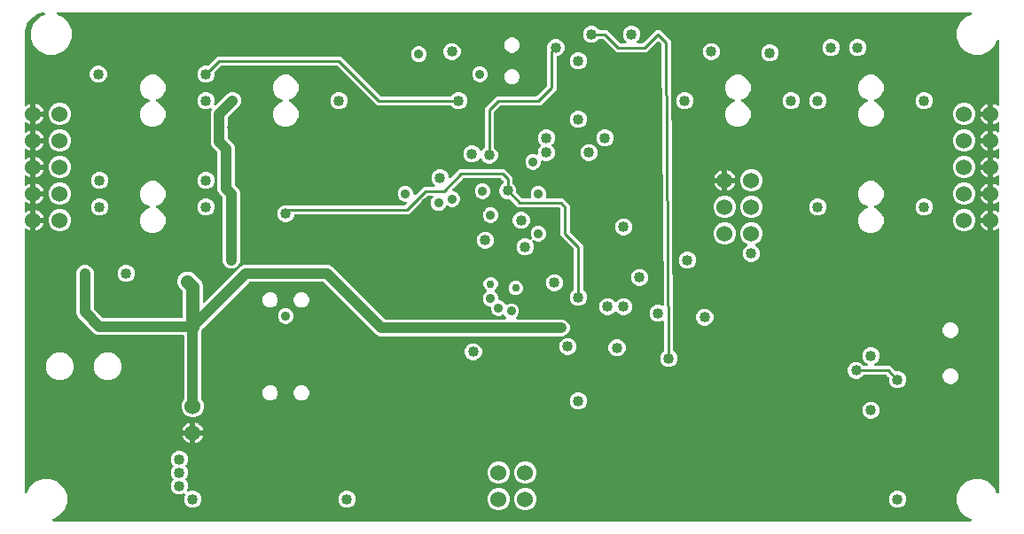
<source format=gbr>
G04 EAGLE Gerber RS-274X export*
G75*
%MOMM*%
%FSLAX34Y34*%
%LPD*%
%INCopper Layer 15*%
%IPPOS*%
%AMOC8*
5,1,8,0,0,1.08239X$1,22.5*%
G01*
%ADD10C,1.524000*%
%ADD11C,1.016000*%
%ADD12C,0.889000*%
%ADD13C,0.254000*%
%ADD14C,0.762000*%
%ADD15C,1.016000*%
%ADD16C,1.270000*%

G36*
X907874Y4327D02*
X907874Y4327D01*
X907943Y4326D01*
X908031Y4347D01*
X908120Y4359D01*
X908185Y4384D01*
X908253Y4401D01*
X908332Y4443D01*
X908416Y4476D01*
X908472Y4517D01*
X908534Y4549D01*
X908600Y4610D01*
X908673Y4662D01*
X908717Y4716D01*
X908769Y4763D01*
X908818Y4838D01*
X908876Y4907D01*
X908905Y4971D01*
X908944Y5029D01*
X908973Y5114D01*
X909011Y5195D01*
X909024Y5264D01*
X909047Y5330D01*
X909054Y5419D01*
X909071Y5507D01*
X909067Y5577D01*
X909072Y5647D01*
X909057Y5735D01*
X909051Y5825D01*
X909030Y5891D01*
X909018Y5960D01*
X908981Y6042D01*
X908953Y6127D01*
X908916Y6186D01*
X908887Y6250D01*
X908831Y6320D01*
X908783Y6396D01*
X908732Y6444D01*
X908689Y6498D01*
X908617Y6553D01*
X908551Y6614D01*
X908490Y6648D01*
X908435Y6690D01*
X908290Y6761D01*
X903321Y8819D01*
X897819Y14321D01*
X894841Y21509D01*
X894841Y29291D01*
X897819Y36479D01*
X903321Y41981D01*
X910509Y44959D01*
X918291Y44959D01*
X925479Y41981D01*
X930981Y36479D01*
X933039Y31510D01*
X933074Y31449D01*
X933100Y31384D01*
X933152Y31312D01*
X933197Y31234D01*
X933245Y31184D01*
X933286Y31127D01*
X933356Y31070D01*
X933418Y31005D01*
X933478Y30969D01*
X933531Y30924D01*
X933613Y30886D01*
X933689Y30839D01*
X933756Y30818D01*
X933819Y30789D01*
X933907Y30772D01*
X933993Y30745D01*
X934063Y30742D01*
X934132Y30729D01*
X934221Y30735D01*
X934311Y30730D01*
X934379Y30744D01*
X934449Y30749D01*
X934534Y30776D01*
X934622Y30795D01*
X934685Y30825D01*
X934751Y30847D01*
X934827Y30895D01*
X934908Y30934D01*
X934961Y30980D01*
X935020Y31017D01*
X935082Y31082D01*
X935150Y31141D01*
X935190Y31198D01*
X935238Y31249D01*
X935281Y31327D01*
X935333Y31401D01*
X935358Y31466D01*
X935392Y31527D01*
X935414Y31614D01*
X935446Y31698D01*
X935454Y31767D01*
X935471Y31835D01*
X935481Y31996D01*
X935481Y283139D01*
X935476Y283178D01*
X935479Y283218D01*
X935456Y283336D01*
X935441Y283455D01*
X935427Y283491D01*
X935419Y283531D01*
X935368Y283639D01*
X935324Y283750D01*
X935301Y283782D01*
X935284Y283818D01*
X935208Y283911D01*
X935138Y284008D01*
X935107Y284033D01*
X935082Y284064D01*
X934985Y284134D01*
X934893Y284210D01*
X934857Y284227D01*
X934824Y284251D01*
X934713Y284295D01*
X934605Y284346D01*
X934566Y284353D01*
X934529Y284368D01*
X934410Y284383D01*
X934293Y284406D01*
X934253Y284403D01*
X934213Y284408D01*
X934094Y284393D01*
X933975Y284386D01*
X933937Y284374D01*
X933898Y284369D01*
X933786Y284325D01*
X933673Y284288D01*
X933639Y284267D01*
X933602Y284252D01*
X933466Y284166D01*
X932425Y283410D01*
X931000Y282684D01*
X929639Y282241D01*
X929639Y290830D01*
X929624Y290948D01*
X929617Y291067D01*
X929604Y291105D01*
X929599Y291145D01*
X929556Y291256D01*
X929519Y291369D01*
X929497Y291403D01*
X929482Y291441D01*
X929412Y291537D01*
X929349Y291638D01*
X929319Y291666D01*
X929295Y291698D01*
X929204Y291774D01*
X929117Y291856D01*
X929082Y291875D01*
X929051Y291901D01*
X928943Y291952D01*
X928839Y292009D01*
X928799Y292020D01*
X928763Y292037D01*
X928646Y292059D01*
X928531Y292089D01*
X928470Y292093D01*
X928450Y292097D01*
X928430Y292095D01*
X928370Y292099D01*
X927099Y292099D01*
X927099Y292101D01*
X928370Y292101D01*
X928488Y292116D01*
X928607Y292123D01*
X928645Y292136D01*
X928685Y292141D01*
X928796Y292185D01*
X928909Y292221D01*
X928944Y292243D01*
X928981Y292258D01*
X929077Y292328D01*
X929178Y292391D01*
X929206Y292421D01*
X929239Y292445D01*
X929314Y292536D01*
X929396Y292623D01*
X929416Y292658D01*
X929441Y292690D01*
X929492Y292797D01*
X929550Y292902D01*
X929560Y292941D01*
X929577Y292977D01*
X929599Y293094D01*
X929629Y293209D01*
X929633Y293270D01*
X929637Y293290D01*
X929635Y293310D01*
X929639Y293370D01*
X929639Y301959D01*
X931000Y301516D01*
X932425Y300790D01*
X933466Y300034D01*
X933501Y300015D01*
X933531Y299990D01*
X933640Y299939D01*
X933745Y299881D01*
X933783Y299871D01*
X933819Y299854D01*
X933936Y299832D01*
X934053Y299802D01*
X934093Y299802D01*
X934132Y299794D01*
X934251Y299802D01*
X934371Y299802D01*
X934409Y299812D01*
X934449Y299814D01*
X934563Y299851D01*
X934679Y299881D01*
X934714Y299900D01*
X934751Y299912D01*
X934853Y299976D01*
X934957Y300034D01*
X934986Y300061D01*
X935020Y300082D01*
X935102Y300170D01*
X935189Y300251D01*
X935211Y300285D01*
X935238Y300314D01*
X935296Y300419D01*
X935360Y300520D01*
X935372Y300558D01*
X935392Y300592D01*
X935421Y300708D01*
X935459Y300822D01*
X935461Y300862D01*
X935471Y300900D01*
X935481Y301061D01*
X935481Y308539D01*
X935476Y308578D01*
X935479Y308618D01*
X935456Y308736D01*
X935441Y308855D01*
X935427Y308891D01*
X935419Y308931D01*
X935368Y309039D01*
X935324Y309150D01*
X935301Y309182D01*
X935284Y309218D01*
X935208Y309311D01*
X935138Y309408D01*
X935107Y309433D01*
X935082Y309464D01*
X934985Y309534D01*
X934893Y309610D01*
X934857Y309627D01*
X934824Y309651D01*
X934713Y309695D01*
X934605Y309746D01*
X934566Y309753D01*
X934529Y309768D01*
X934410Y309783D01*
X934293Y309806D01*
X934253Y309803D01*
X934213Y309808D01*
X934094Y309793D01*
X933975Y309786D01*
X933937Y309774D01*
X933898Y309769D01*
X933786Y309725D01*
X933673Y309688D01*
X933639Y309667D01*
X933602Y309652D01*
X933466Y309566D01*
X932425Y308810D01*
X931000Y308084D01*
X929639Y307641D01*
X929639Y316230D01*
X929624Y316348D01*
X929617Y316467D01*
X929604Y316505D01*
X929599Y316545D01*
X929556Y316656D01*
X929519Y316769D01*
X929497Y316803D01*
X929482Y316841D01*
X929412Y316937D01*
X929349Y317038D01*
X929319Y317066D01*
X929295Y317098D01*
X929204Y317174D01*
X929117Y317256D01*
X929082Y317275D01*
X929051Y317301D01*
X928943Y317352D01*
X928839Y317409D01*
X928799Y317420D01*
X928763Y317437D01*
X928646Y317459D01*
X928531Y317489D01*
X928470Y317493D01*
X928450Y317497D01*
X928430Y317495D01*
X928370Y317499D01*
X927099Y317499D01*
X927099Y317501D01*
X928370Y317501D01*
X928488Y317516D01*
X928607Y317523D01*
X928645Y317536D01*
X928685Y317541D01*
X928796Y317585D01*
X928909Y317621D01*
X928944Y317643D01*
X928981Y317658D01*
X929077Y317728D01*
X929178Y317791D01*
X929206Y317821D01*
X929239Y317845D01*
X929314Y317936D01*
X929396Y318023D01*
X929416Y318058D01*
X929441Y318090D01*
X929492Y318197D01*
X929550Y318302D01*
X929560Y318341D01*
X929577Y318377D01*
X929599Y318494D01*
X929629Y318609D01*
X929633Y318670D01*
X929637Y318690D01*
X929635Y318710D01*
X929639Y318770D01*
X929639Y327359D01*
X931000Y326916D01*
X932425Y326190D01*
X933466Y325434D01*
X933501Y325415D01*
X933531Y325390D01*
X933640Y325339D01*
X933745Y325281D01*
X933783Y325271D01*
X933819Y325254D01*
X933936Y325232D01*
X934053Y325202D01*
X934093Y325202D01*
X934132Y325194D01*
X934251Y325202D01*
X934371Y325202D01*
X934409Y325212D01*
X934449Y325214D01*
X934563Y325251D01*
X934679Y325281D01*
X934714Y325300D01*
X934751Y325312D01*
X934853Y325376D01*
X934957Y325434D01*
X934986Y325461D01*
X935020Y325482D01*
X935102Y325570D01*
X935189Y325651D01*
X935211Y325685D01*
X935238Y325714D01*
X935296Y325819D01*
X935360Y325920D01*
X935372Y325958D01*
X935392Y325992D01*
X935421Y326108D01*
X935459Y326222D01*
X935461Y326262D01*
X935471Y326300D01*
X935481Y326461D01*
X935481Y333939D01*
X935476Y333978D01*
X935479Y334018D01*
X935456Y334136D01*
X935441Y334255D01*
X935427Y334291D01*
X935419Y334331D01*
X935368Y334439D01*
X935324Y334550D01*
X935301Y334582D01*
X935284Y334618D01*
X935208Y334711D01*
X935138Y334808D01*
X935107Y334833D01*
X935082Y334864D01*
X934985Y334934D01*
X934893Y335010D01*
X934857Y335027D01*
X934824Y335051D01*
X934713Y335095D01*
X934605Y335146D01*
X934566Y335153D01*
X934529Y335168D01*
X934410Y335183D01*
X934293Y335206D01*
X934253Y335203D01*
X934213Y335208D01*
X934094Y335193D01*
X933975Y335186D01*
X933937Y335174D01*
X933898Y335169D01*
X933786Y335125D01*
X933673Y335088D01*
X933639Y335067D01*
X933602Y335052D01*
X933466Y334966D01*
X932425Y334210D01*
X931000Y333484D01*
X929639Y333041D01*
X929639Y341630D01*
X929624Y341748D01*
X929617Y341867D01*
X929604Y341905D01*
X929599Y341945D01*
X929556Y342056D01*
X929519Y342169D01*
X929497Y342203D01*
X929482Y342241D01*
X929412Y342337D01*
X929349Y342438D01*
X929319Y342466D01*
X929295Y342498D01*
X929204Y342574D01*
X929117Y342656D01*
X929082Y342675D01*
X929051Y342701D01*
X928943Y342752D01*
X928839Y342809D01*
X928799Y342820D01*
X928763Y342837D01*
X928646Y342859D01*
X928531Y342889D01*
X928470Y342893D01*
X928450Y342897D01*
X928430Y342895D01*
X928370Y342899D01*
X927099Y342899D01*
X927099Y342901D01*
X928370Y342901D01*
X928488Y342916D01*
X928607Y342923D01*
X928645Y342936D01*
X928685Y342941D01*
X928796Y342985D01*
X928909Y343021D01*
X928944Y343043D01*
X928981Y343058D01*
X929077Y343128D01*
X929178Y343191D01*
X929206Y343221D01*
X929239Y343245D01*
X929314Y343336D01*
X929396Y343423D01*
X929416Y343458D01*
X929441Y343490D01*
X929492Y343597D01*
X929550Y343702D01*
X929560Y343741D01*
X929577Y343777D01*
X929599Y343894D01*
X929629Y344009D01*
X929633Y344070D01*
X929637Y344090D01*
X929635Y344110D01*
X929639Y344170D01*
X929639Y352759D01*
X931000Y352316D01*
X932425Y351590D01*
X933466Y350834D01*
X933501Y350815D01*
X933531Y350790D01*
X933640Y350739D01*
X933745Y350681D01*
X933783Y350671D01*
X933819Y350654D01*
X933936Y350632D01*
X934053Y350602D01*
X934093Y350602D01*
X934132Y350594D01*
X934251Y350602D01*
X934371Y350602D01*
X934409Y350612D01*
X934449Y350614D01*
X934563Y350651D01*
X934679Y350681D01*
X934714Y350700D01*
X934751Y350712D01*
X934853Y350776D01*
X934957Y350834D01*
X934986Y350861D01*
X935020Y350882D01*
X935102Y350970D01*
X935189Y351051D01*
X935211Y351085D01*
X935238Y351114D01*
X935296Y351219D01*
X935360Y351320D01*
X935372Y351358D01*
X935392Y351392D01*
X935421Y351508D01*
X935459Y351622D01*
X935461Y351662D01*
X935471Y351700D01*
X935481Y351861D01*
X935481Y359339D01*
X935476Y359378D01*
X935479Y359418D01*
X935456Y359536D01*
X935441Y359655D01*
X935427Y359691D01*
X935419Y359731D01*
X935368Y359839D01*
X935324Y359950D01*
X935301Y359982D01*
X935284Y360018D01*
X935208Y360111D01*
X935138Y360208D01*
X935107Y360233D01*
X935082Y360264D01*
X934985Y360334D01*
X934893Y360410D01*
X934857Y360427D01*
X934824Y360451D01*
X934713Y360495D01*
X934605Y360546D01*
X934566Y360553D01*
X934529Y360568D01*
X934410Y360583D01*
X934293Y360606D01*
X934253Y360603D01*
X934213Y360608D01*
X934094Y360593D01*
X933975Y360586D01*
X933937Y360574D01*
X933898Y360569D01*
X933786Y360525D01*
X933673Y360488D01*
X933639Y360467D01*
X933602Y360452D01*
X933466Y360366D01*
X932425Y359610D01*
X931000Y358884D01*
X929639Y358441D01*
X929639Y367030D01*
X929624Y367148D01*
X929617Y367267D01*
X929604Y367305D01*
X929599Y367345D01*
X929556Y367456D01*
X929519Y367569D01*
X929497Y367603D01*
X929482Y367641D01*
X929412Y367737D01*
X929349Y367838D01*
X929319Y367866D01*
X929295Y367898D01*
X929204Y367974D01*
X929117Y368056D01*
X929082Y368075D01*
X929051Y368101D01*
X928943Y368152D01*
X928839Y368209D01*
X928799Y368220D01*
X928763Y368237D01*
X928646Y368259D01*
X928531Y368289D01*
X928470Y368293D01*
X928450Y368297D01*
X928430Y368295D01*
X928370Y368299D01*
X927099Y368299D01*
X927099Y368301D01*
X928370Y368301D01*
X928488Y368316D01*
X928607Y368323D01*
X928645Y368336D01*
X928685Y368341D01*
X928796Y368385D01*
X928909Y368421D01*
X928944Y368443D01*
X928981Y368458D01*
X929077Y368528D01*
X929178Y368591D01*
X929206Y368621D01*
X929239Y368645D01*
X929314Y368736D01*
X929396Y368823D01*
X929416Y368858D01*
X929441Y368890D01*
X929492Y368997D01*
X929550Y369102D01*
X929560Y369141D01*
X929577Y369177D01*
X929599Y369294D01*
X929629Y369409D01*
X929633Y369470D01*
X929637Y369490D01*
X929635Y369510D01*
X929639Y369570D01*
X929639Y378159D01*
X931000Y377716D01*
X932425Y376990D01*
X933466Y376234D01*
X933501Y376215D01*
X933531Y376190D01*
X933640Y376139D01*
X933745Y376081D01*
X933783Y376071D01*
X933819Y376054D01*
X933936Y376032D01*
X934053Y376002D01*
X934093Y376002D01*
X934132Y375994D01*
X934251Y376002D01*
X934371Y376002D01*
X934409Y376012D01*
X934449Y376014D01*
X934563Y376051D01*
X934679Y376081D01*
X934714Y376100D01*
X934751Y376112D01*
X934853Y376176D01*
X934957Y376234D01*
X934986Y376261D01*
X935020Y376282D01*
X935102Y376370D01*
X935189Y376451D01*
X935211Y376485D01*
X935238Y376514D01*
X935296Y376619D01*
X935360Y376720D01*
X935372Y376758D01*
X935392Y376792D01*
X935421Y376908D01*
X935459Y377022D01*
X935461Y377062D01*
X935471Y377100D01*
X935481Y377261D01*
X935481Y384739D01*
X935476Y384778D01*
X935479Y384818D01*
X935456Y384936D01*
X935441Y385055D01*
X935427Y385091D01*
X935419Y385131D01*
X935368Y385239D01*
X935324Y385350D01*
X935301Y385382D01*
X935284Y385418D01*
X935208Y385511D01*
X935138Y385608D01*
X935107Y385633D01*
X935082Y385664D01*
X934985Y385734D01*
X934893Y385810D01*
X934857Y385827D01*
X934824Y385851D01*
X934713Y385895D01*
X934605Y385946D01*
X934566Y385953D01*
X934529Y385968D01*
X934410Y385983D01*
X934293Y386006D01*
X934253Y386003D01*
X934213Y386008D01*
X934094Y385993D01*
X933975Y385986D01*
X933937Y385974D01*
X933898Y385969D01*
X933786Y385925D01*
X933673Y385888D01*
X933639Y385867D01*
X933602Y385852D01*
X933466Y385766D01*
X932425Y385010D01*
X931000Y384284D01*
X929639Y383841D01*
X929639Y392430D01*
X929624Y392548D01*
X929617Y392667D01*
X929604Y392705D01*
X929599Y392745D01*
X929556Y392856D01*
X929519Y392969D01*
X929497Y393003D01*
X929482Y393041D01*
X929412Y393137D01*
X929349Y393238D01*
X929319Y393266D01*
X929295Y393298D01*
X929204Y393374D01*
X929117Y393456D01*
X929082Y393475D01*
X929051Y393501D01*
X928943Y393552D01*
X928839Y393609D01*
X928799Y393620D01*
X928763Y393637D01*
X928646Y393659D01*
X928531Y393689D01*
X928470Y393693D01*
X928450Y393697D01*
X928430Y393695D01*
X928370Y393699D01*
X927099Y393699D01*
X927099Y393701D01*
X928370Y393701D01*
X928488Y393716D01*
X928607Y393723D01*
X928645Y393736D01*
X928685Y393741D01*
X928796Y393785D01*
X928909Y393821D01*
X928944Y393843D01*
X928981Y393858D01*
X929077Y393928D01*
X929178Y393991D01*
X929206Y394021D01*
X929239Y394045D01*
X929314Y394136D01*
X929396Y394223D01*
X929416Y394258D01*
X929441Y394290D01*
X929492Y394397D01*
X929550Y394502D01*
X929560Y394541D01*
X929577Y394577D01*
X929599Y394694D01*
X929629Y394809D01*
X929633Y394870D01*
X929637Y394890D01*
X929635Y394910D01*
X929639Y394970D01*
X929639Y403559D01*
X931000Y403116D01*
X932425Y402390D01*
X933466Y401634D01*
X933501Y401615D01*
X933531Y401590D01*
X933640Y401539D01*
X933745Y401481D01*
X933783Y401471D01*
X933819Y401454D01*
X933936Y401432D01*
X934053Y401402D01*
X934093Y401402D01*
X934132Y401394D01*
X934251Y401402D01*
X934371Y401402D01*
X934409Y401412D01*
X934449Y401414D01*
X934563Y401451D01*
X934679Y401481D01*
X934714Y401500D01*
X934751Y401512D01*
X934853Y401576D01*
X934957Y401634D01*
X934986Y401661D01*
X935020Y401682D01*
X935102Y401770D01*
X935189Y401851D01*
X935211Y401885D01*
X935238Y401914D01*
X935296Y402019D01*
X935360Y402120D01*
X935372Y402158D01*
X935392Y402192D01*
X935421Y402308D01*
X935459Y402422D01*
X935461Y402462D01*
X935471Y402500D01*
X935481Y402661D01*
X935481Y463304D01*
X935473Y463374D01*
X935474Y463443D01*
X935453Y463531D01*
X935441Y463620D01*
X935416Y463685D01*
X935399Y463753D01*
X935357Y463832D01*
X935324Y463916D01*
X935283Y463972D01*
X935251Y464034D01*
X935190Y464100D01*
X935138Y464173D01*
X935084Y464217D01*
X935037Y464269D01*
X934962Y464318D01*
X934893Y464376D01*
X934829Y464405D01*
X934771Y464444D01*
X934686Y464473D01*
X934605Y464511D01*
X934536Y464524D01*
X934470Y464547D01*
X934381Y464554D01*
X934293Y464571D01*
X934223Y464567D01*
X934153Y464572D01*
X934065Y464557D01*
X933975Y464551D01*
X933909Y464530D01*
X933840Y464518D01*
X933758Y464481D01*
X933673Y464453D01*
X933614Y464416D01*
X933550Y464387D01*
X933480Y464331D01*
X933404Y464283D01*
X933356Y464232D01*
X933302Y464189D01*
X933247Y464117D01*
X933186Y464051D01*
X933152Y463990D01*
X933110Y463935D01*
X933039Y463790D01*
X930981Y458821D01*
X925479Y453319D01*
X918291Y450341D01*
X910509Y450341D01*
X903321Y453319D01*
X897819Y458821D01*
X894841Y466009D01*
X894841Y473791D01*
X897819Y480979D01*
X903321Y486481D01*
X908290Y488539D01*
X908351Y488574D01*
X908416Y488600D01*
X908488Y488652D01*
X908566Y488697D01*
X908616Y488745D01*
X908673Y488786D01*
X908730Y488856D01*
X908795Y488918D01*
X908831Y488978D01*
X908876Y489031D01*
X908914Y489113D01*
X908961Y489189D01*
X908982Y489256D01*
X909011Y489319D01*
X909028Y489407D01*
X909055Y489493D01*
X909058Y489563D01*
X909071Y489632D01*
X909065Y489721D01*
X909070Y489811D01*
X909056Y489879D01*
X909051Y489949D01*
X909024Y490034D01*
X909005Y490122D01*
X908975Y490185D01*
X908953Y490251D01*
X908905Y490327D01*
X908866Y490408D01*
X908820Y490461D01*
X908783Y490520D01*
X908718Y490582D01*
X908659Y490650D01*
X908602Y490690D01*
X908551Y490738D01*
X908473Y490781D01*
X908399Y490833D01*
X908334Y490858D01*
X908273Y490892D01*
X908186Y490914D01*
X908102Y490946D01*
X908033Y490954D01*
X907965Y490971D01*
X907804Y490981D01*
X36496Y490981D01*
X36426Y490973D01*
X36357Y490974D01*
X36269Y490953D01*
X36180Y490941D01*
X36115Y490916D01*
X36047Y490899D01*
X35968Y490857D01*
X35884Y490824D01*
X35828Y490783D01*
X35766Y490751D01*
X35700Y490690D01*
X35627Y490638D01*
X35583Y490584D01*
X35531Y490537D01*
X35482Y490462D01*
X35424Y490393D01*
X35395Y490329D01*
X35356Y490271D01*
X35327Y490186D01*
X35289Y490105D01*
X35276Y490036D01*
X35253Y489970D01*
X35246Y489881D01*
X35229Y489793D01*
X35233Y489723D01*
X35228Y489653D01*
X35243Y489565D01*
X35249Y489475D01*
X35270Y489409D01*
X35282Y489340D01*
X35319Y489258D01*
X35347Y489173D01*
X35384Y489114D01*
X35413Y489050D01*
X35469Y488980D01*
X35517Y488904D01*
X35568Y488856D01*
X35611Y488802D01*
X35683Y488747D01*
X35749Y488686D01*
X35810Y488652D01*
X35865Y488610D01*
X36010Y488539D01*
X40979Y486481D01*
X46481Y480979D01*
X49459Y473791D01*
X49459Y466009D01*
X46481Y458821D01*
X40979Y453319D01*
X33791Y450341D01*
X26009Y450341D01*
X18821Y453319D01*
X13319Y458821D01*
X10341Y466009D01*
X10341Y473791D01*
X13319Y480979D01*
X18821Y486481D01*
X23299Y488336D01*
X23402Y488395D01*
X23509Y488447D01*
X23540Y488473D01*
X23575Y488493D01*
X23661Y488576D01*
X23751Y488654D01*
X23774Y488687D01*
X23803Y488715D01*
X23866Y488817D01*
X23934Y488914D01*
X23948Y488952D01*
X23969Y488986D01*
X24005Y489100D01*
X24047Y489211D01*
X24051Y489251D01*
X24063Y489290D01*
X24069Y489409D01*
X24082Y489528D01*
X24076Y489567D01*
X24078Y489607D01*
X24054Y489724D01*
X24037Y489842D01*
X24022Y489879D01*
X24014Y489919D01*
X23961Y490026D01*
X23916Y490136D01*
X23892Y490168D01*
X23874Y490204D01*
X23797Y490295D01*
X23725Y490391D01*
X23694Y490416D01*
X23668Y490446D01*
X23570Y490515D01*
X23477Y490590D01*
X23441Y490606D01*
X23408Y490630D01*
X23296Y490672D01*
X23187Y490721D01*
X23148Y490728D01*
X23110Y490742D01*
X22992Y490756D01*
X22874Y490776D01*
X22815Y490775D01*
X22794Y490778D01*
X22774Y490775D01*
X22713Y490774D01*
X22201Y490733D01*
X22133Y490719D01*
X22064Y490715D01*
X21909Y490675D01*
X16013Y488760D01*
X15906Y488709D01*
X15795Y488666D01*
X15744Y488633D01*
X15726Y488624D01*
X15710Y488611D01*
X15659Y488579D01*
X10645Y484936D01*
X10558Y484855D01*
X10467Y484779D01*
X10428Y484732D01*
X10413Y484718D01*
X10402Y484701D01*
X10364Y484655D01*
X6721Y479641D01*
X6663Y479536D01*
X6600Y479436D01*
X6577Y479380D01*
X6567Y479362D01*
X6562Y479342D01*
X6540Y479287D01*
X4625Y473391D01*
X4612Y473324D01*
X4589Y473258D01*
X4567Y473099D01*
X4323Y470000D01*
X4324Y469978D01*
X4319Y469900D01*
X4319Y402661D01*
X4324Y402622D01*
X4321Y402582D01*
X4344Y402464D01*
X4359Y402345D01*
X4373Y402309D01*
X4381Y402269D01*
X4432Y402161D01*
X4476Y402050D01*
X4499Y402018D01*
X4516Y401982D01*
X4592Y401889D01*
X4662Y401792D01*
X4693Y401767D01*
X4718Y401736D01*
X4815Y401666D01*
X4907Y401590D01*
X4943Y401573D01*
X4976Y401549D01*
X5087Y401505D01*
X5195Y401454D01*
X5234Y401447D01*
X5271Y401432D01*
X5390Y401417D01*
X5507Y401394D01*
X5547Y401397D01*
X5587Y401392D01*
X5706Y401407D01*
X5825Y401414D01*
X5863Y401426D01*
X5902Y401431D01*
X6014Y401475D01*
X6127Y401512D01*
X6161Y401533D01*
X6198Y401548D01*
X6334Y401634D01*
X7375Y402390D01*
X8800Y403116D01*
X10161Y403559D01*
X10161Y394970D01*
X10176Y394852D01*
X10183Y394733D01*
X10196Y394695D01*
X10201Y394655D01*
X10244Y394544D01*
X10281Y394431D01*
X10303Y394397D01*
X10318Y394359D01*
X10388Y394263D01*
X10451Y394162D01*
X10481Y394134D01*
X10504Y394102D01*
X10596Y394026D01*
X10683Y393944D01*
X10718Y393925D01*
X10749Y393899D01*
X10857Y393848D01*
X10961Y393791D01*
X11001Y393780D01*
X11037Y393763D01*
X11154Y393741D01*
X11269Y393711D01*
X11330Y393707D01*
X11350Y393703D01*
X11370Y393705D01*
X11430Y393701D01*
X12701Y393701D01*
X12701Y393699D01*
X11430Y393699D01*
X11312Y393684D01*
X11193Y393677D01*
X11155Y393664D01*
X11114Y393659D01*
X11004Y393615D01*
X10891Y393579D01*
X10856Y393557D01*
X10819Y393542D01*
X10723Y393472D01*
X10622Y393409D01*
X10594Y393379D01*
X10561Y393355D01*
X10486Y393264D01*
X10404Y393177D01*
X10384Y393142D01*
X10359Y393110D01*
X10308Y393003D01*
X10250Y392898D01*
X10240Y392859D01*
X10223Y392823D01*
X10201Y392706D01*
X10171Y392591D01*
X10167Y392530D01*
X10163Y392510D01*
X10165Y392490D01*
X10161Y392430D01*
X10161Y383841D01*
X8800Y384284D01*
X7375Y385010D01*
X6334Y385766D01*
X6299Y385785D01*
X6269Y385810D01*
X6160Y385861D01*
X6055Y385919D01*
X6017Y385929D01*
X5981Y385946D01*
X5864Y385968D01*
X5747Y385998D01*
X5707Y385998D01*
X5668Y386006D01*
X5549Y385998D01*
X5429Y385998D01*
X5391Y385988D01*
X5351Y385986D01*
X5237Y385949D01*
X5121Y385919D01*
X5086Y385900D01*
X5049Y385888D01*
X4947Y385824D01*
X4843Y385766D01*
X4814Y385739D01*
X4780Y385718D01*
X4698Y385630D01*
X4611Y385549D01*
X4589Y385515D01*
X4562Y385486D01*
X4504Y385381D01*
X4440Y385280D01*
X4428Y385242D01*
X4408Y385208D01*
X4379Y385092D01*
X4341Y384978D01*
X4339Y384938D01*
X4329Y384900D01*
X4319Y384739D01*
X4319Y377261D01*
X4324Y377222D01*
X4321Y377182D01*
X4344Y377064D01*
X4359Y376945D01*
X4373Y376909D01*
X4381Y376869D01*
X4432Y376761D01*
X4476Y376650D01*
X4499Y376618D01*
X4516Y376582D01*
X4592Y376489D01*
X4662Y376392D01*
X4693Y376367D01*
X4718Y376336D01*
X4815Y376266D01*
X4907Y376190D01*
X4943Y376173D01*
X4976Y376149D01*
X5087Y376105D01*
X5195Y376054D01*
X5234Y376047D01*
X5271Y376032D01*
X5390Y376017D01*
X5507Y375994D01*
X5547Y375997D01*
X5587Y375992D01*
X5706Y376007D01*
X5825Y376014D01*
X5863Y376026D01*
X5902Y376031D01*
X6014Y376075D01*
X6127Y376112D01*
X6161Y376133D01*
X6198Y376148D01*
X6334Y376234D01*
X7375Y376990D01*
X8800Y377716D01*
X10161Y378159D01*
X10161Y369570D01*
X10176Y369452D01*
X10183Y369333D01*
X10196Y369295D01*
X10201Y369255D01*
X10244Y369144D01*
X10281Y369031D01*
X10303Y368997D01*
X10318Y368959D01*
X10388Y368863D01*
X10451Y368762D01*
X10481Y368734D01*
X10504Y368702D01*
X10596Y368626D01*
X10683Y368544D01*
X10718Y368525D01*
X10749Y368499D01*
X10857Y368448D01*
X10961Y368391D01*
X11001Y368380D01*
X11037Y368363D01*
X11154Y368341D01*
X11269Y368311D01*
X11330Y368307D01*
X11350Y368303D01*
X11370Y368305D01*
X11430Y368301D01*
X12701Y368301D01*
X12701Y368299D01*
X11430Y368299D01*
X11312Y368284D01*
X11193Y368277D01*
X11155Y368264D01*
X11114Y368259D01*
X11004Y368215D01*
X10891Y368179D01*
X10856Y368157D01*
X10819Y368142D01*
X10723Y368072D01*
X10622Y368009D01*
X10594Y367979D01*
X10561Y367955D01*
X10486Y367864D01*
X10404Y367777D01*
X10384Y367742D01*
X10359Y367710D01*
X10308Y367603D01*
X10250Y367498D01*
X10240Y367459D01*
X10223Y367423D01*
X10201Y367306D01*
X10171Y367191D01*
X10167Y367130D01*
X10163Y367110D01*
X10165Y367090D01*
X10161Y367030D01*
X10161Y358441D01*
X8800Y358884D01*
X7375Y359610D01*
X6334Y360366D01*
X6299Y360385D01*
X6269Y360410D01*
X6160Y360461D01*
X6055Y360519D01*
X6017Y360529D01*
X5981Y360546D01*
X5864Y360568D01*
X5747Y360598D01*
X5707Y360598D01*
X5668Y360606D01*
X5549Y360598D01*
X5429Y360598D01*
X5391Y360588D01*
X5351Y360586D01*
X5237Y360549D01*
X5121Y360519D01*
X5086Y360500D01*
X5049Y360488D01*
X4947Y360424D01*
X4843Y360366D01*
X4814Y360339D01*
X4780Y360318D01*
X4698Y360230D01*
X4611Y360149D01*
X4589Y360115D01*
X4562Y360086D01*
X4504Y359981D01*
X4440Y359880D01*
X4428Y359842D01*
X4408Y359808D01*
X4379Y359692D01*
X4341Y359578D01*
X4339Y359538D01*
X4329Y359500D01*
X4319Y359339D01*
X4319Y351861D01*
X4324Y351822D01*
X4321Y351782D01*
X4344Y351664D01*
X4359Y351545D01*
X4373Y351509D01*
X4381Y351469D01*
X4432Y351361D01*
X4476Y351250D01*
X4499Y351218D01*
X4516Y351182D01*
X4592Y351089D01*
X4662Y350992D01*
X4693Y350967D01*
X4718Y350936D01*
X4815Y350866D01*
X4907Y350790D01*
X4943Y350773D01*
X4976Y350749D01*
X5087Y350705D01*
X5195Y350654D01*
X5234Y350647D01*
X5271Y350632D01*
X5390Y350617D01*
X5507Y350594D01*
X5547Y350597D01*
X5587Y350592D01*
X5706Y350607D01*
X5825Y350614D01*
X5863Y350626D01*
X5902Y350631D01*
X6014Y350675D01*
X6127Y350712D01*
X6161Y350733D01*
X6198Y350748D01*
X6334Y350834D01*
X7375Y351590D01*
X8800Y352316D01*
X10161Y352759D01*
X10161Y344170D01*
X10176Y344052D01*
X10183Y343933D01*
X10196Y343895D01*
X10201Y343855D01*
X10244Y343744D01*
X10281Y343631D01*
X10303Y343597D01*
X10318Y343559D01*
X10388Y343463D01*
X10451Y343362D01*
X10481Y343334D01*
X10504Y343302D01*
X10596Y343226D01*
X10683Y343144D01*
X10718Y343125D01*
X10749Y343099D01*
X10857Y343048D01*
X10961Y342991D01*
X11001Y342980D01*
X11037Y342963D01*
X11154Y342941D01*
X11269Y342911D01*
X11330Y342907D01*
X11350Y342903D01*
X11370Y342905D01*
X11430Y342901D01*
X12701Y342901D01*
X12701Y342899D01*
X11430Y342899D01*
X11312Y342884D01*
X11193Y342877D01*
X11155Y342864D01*
X11114Y342859D01*
X11004Y342815D01*
X10891Y342779D01*
X10856Y342757D01*
X10819Y342742D01*
X10723Y342672D01*
X10622Y342609D01*
X10594Y342579D01*
X10561Y342555D01*
X10486Y342464D01*
X10404Y342377D01*
X10384Y342342D01*
X10359Y342310D01*
X10308Y342203D01*
X10250Y342098D01*
X10240Y342059D01*
X10223Y342023D01*
X10201Y341906D01*
X10171Y341791D01*
X10167Y341730D01*
X10163Y341710D01*
X10165Y341690D01*
X10161Y341630D01*
X10161Y333041D01*
X8800Y333484D01*
X7375Y334210D01*
X6334Y334966D01*
X6299Y334985D01*
X6269Y335010D01*
X6160Y335061D01*
X6055Y335119D01*
X6017Y335129D01*
X5981Y335146D01*
X5864Y335168D01*
X5747Y335198D01*
X5707Y335198D01*
X5668Y335206D01*
X5549Y335198D01*
X5429Y335198D01*
X5391Y335188D01*
X5351Y335186D01*
X5237Y335149D01*
X5121Y335119D01*
X5086Y335100D01*
X5049Y335088D01*
X4947Y335024D01*
X4843Y334966D01*
X4814Y334939D01*
X4780Y334918D01*
X4698Y334830D01*
X4611Y334749D01*
X4589Y334715D01*
X4562Y334686D01*
X4504Y334581D01*
X4440Y334480D01*
X4428Y334442D01*
X4408Y334408D01*
X4379Y334292D01*
X4341Y334178D01*
X4339Y334138D01*
X4329Y334100D01*
X4319Y333939D01*
X4319Y326461D01*
X4324Y326422D01*
X4321Y326382D01*
X4344Y326264D01*
X4359Y326145D01*
X4373Y326109D01*
X4381Y326069D01*
X4432Y325961D01*
X4476Y325850D01*
X4499Y325818D01*
X4516Y325782D01*
X4592Y325689D01*
X4662Y325592D01*
X4693Y325567D01*
X4718Y325536D01*
X4815Y325466D01*
X4907Y325390D01*
X4943Y325373D01*
X4976Y325349D01*
X5087Y325305D01*
X5195Y325254D01*
X5234Y325247D01*
X5271Y325232D01*
X5390Y325217D01*
X5507Y325194D01*
X5547Y325197D01*
X5587Y325192D01*
X5706Y325207D01*
X5825Y325214D01*
X5863Y325226D01*
X5902Y325231D01*
X6014Y325275D01*
X6127Y325312D01*
X6161Y325333D01*
X6198Y325348D01*
X6334Y325434D01*
X7375Y326190D01*
X8800Y326916D01*
X10161Y327359D01*
X10161Y318770D01*
X10176Y318652D01*
X10183Y318533D01*
X10196Y318495D01*
X10201Y318455D01*
X10245Y318344D01*
X10281Y318231D01*
X10303Y318197D01*
X10318Y318159D01*
X10388Y318063D01*
X10451Y317962D01*
X10481Y317934D01*
X10504Y317902D01*
X10596Y317826D01*
X10683Y317744D01*
X10718Y317725D01*
X10749Y317699D01*
X10857Y317648D01*
X10961Y317591D01*
X11001Y317580D01*
X11037Y317563D01*
X11154Y317541D01*
X11269Y317511D01*
X11330Y317507D01*
X11350Y317503D01*
X11370Y317505D01*
X11430Y317501D01*
X12701Y317501D01*
X12701Y317499D01*
X11430Y317499D01*
X11312Y317484D01*
X11193Y317477D01*
X11155Y317464D01*
X11114Y317459D01*
X11004Y317415D01*
X10891Y317379D01*
X10856Y317357D01*
X10819Y317342D01*
X10723Y317272D01*
X10622Y317209D01*
X10594Y317179D01*
X10561Y317155D01*
X10486Y317064D01*
X10404Y316977D01*
X10384Y316942D01*
X10359Y316910D01*
X10308Y316803D01*
X10250Y316698D01*
X10240Y316659D01*
X10223Y316623D01*
X10201Y316506D01*
X10171Y316391D01*
X10167Y316330D01*
X10163Y316310D01*
X10165Y316290D01*
X10161Y316230D01*
X10161Y307641D01*
X8800Y308084D01*
X7375Y308810D01*
X6334Y309566D01*
X6299Y309585D01*
X6269Y309610D01*
X6160Y309661D01*
X6055Y309719D01*
X6017Y309729D01*
X5981Y309746D01*
X5864Y309768D01*
X5747Y309798D01*
X5707Y309798D01*
X5668Y309806D01*
X5549Y309798D01*
X5429Y309798D01*
X5391Y309788D01*
X5351Y309786D01*
X5237Y309749D01*
X5121Y309719D01*
X5086Y309700D01*
X5049Y309688D01*
X4947Y309624D01*
X4843Y309566D01*
X4814Y309539D01*
X4780Y309518D01*
X4698Y309430D01*
X4611Y309349D01*
X4589Y309315D01*
X4562Y309286D01*
X4504Y309181D01*
X4440Y309080D01*
X4428Y309042D01*
X4408Y309008D01*
X4379Y308892D01*
X4341Y308778D01*
X4339Y308738D01*
X4329Y308700D01*
X4319Y308539D01*
X4319Y301061D01*
X4324Y301022D01*
X4321Y300982D01*
X4344Y300864D01*
X4359Y300745D01*
X4373Y300709D01*
X4381Y300669D01*
X4432Y300561D01*
X4476Y300450D01*
X4499Y300418D01*
X4516Y300382D01*
X4592Y300289D01*
X4662Y300192D01*
X4693Y300167D01*
X4718Y300136D01*
X4815Y300066D01*
X4907Y299990D01*
X4943Y299973D01*
X4976Y299949D01*
X5087Y299905D01*
X5195Y299854D01*
X5234Y299847D01*
X5271Y299832D01*
X5390Y299817D01*
X5507Y299794D01*
X5547Y299797D01*
X5587Y299792D01*
X5706Y299807D01*
X5825Y299814D01*
X5863Y299826D01*
X5902Y299831D01*
X6014Y299875D01*
X6127Y299912D01*
X6161Y299933D01*
X6198Y299948D01*
X6334Y300034D01*
X7375Y300790D01*
X8800Y301516D01*
X10161Y301959D01*
X10161Y293370D01*
X10176Y293252D01*
X10183Y293133D01*
X10196Y293095D01*
X10201Y293055D01*
X10244Y292944D01*
X10281Y292831D01*
X10303Y292797D01*
X10318Y292759D01*
X10388Y292663D01*
X10451Y292562D01*
X10481Y292534D01*
X10504Y292502D01*
X10596Y292426D01*
X10683Y292344D01*
X10718Y292325D01*
X10749Y292299D01*
X10857Y292248D01*
X10961Y292191D01*
X11001Y292180D01*
X11037Y292163D01*
X11154Y292141D01*
X11269Y292111D01*
X11330Y292107D01*
X11350Y292103D01*
X11370Y292105D01*
X11430Y292101D01*
X12701Y292101D01*
X12701Y292099D01*
X11430Y292099D01*
X11312Y292084D01*
X11193Y292077D01*
X11155Y292064D01*
X11114Y292059D01*
X11004Y292015D01*
X10891Y291979D01*
X10856Y291957D01*
X10819Y291942D01*
X10723Y291872D01*
X10622Y291809D01*
X10594Y291779D01*
X10561Y291755D01*
X10486Y291664D01*
X10404Y291577D01*
X10384Y291542D01*
X10359Y291510D01*
X10308Y291403D01*
X10250Y291298D01*
X10240Y291259D01*
X10223Y291223D01*
X10201Y291106D01*
X10171Y290991D01*
X10167Y290930D01*
X10163Y290910D01*
X10165Y290890D01*
X10161Y290830D01*
X10161Y282241D01*
X8800Y282684D01*
X7375Y283410D01*
X6334Y284166D01*
X6299Y284185D01*
X6269Y284210D01*
X6160Y284261D01*
X6055Y284319D01*
X6017Y284329D01*
X5981Y284346D01*
X5864Y284368D01*
X5747Y284398D01*
X5707Y284398D01*
X5668Y284406D01*
X5549Y284398D01*
X5429Y284398D01*
X5391Y284388D01*
X5351Y284386D01*
X5237Y284349D01*
X5121Y284319D01*
X5086Y284300D01*
X5049Y284288D01*
X4947Y284224D01*
X4843Y284166D01*
X4814Y284139D01*
X4780Y284118D01*
X4698Y284030D01*
X4611Y283949D01*
X4589Y283915D01*
X4562Y283886D01*
X4504Y283781D01*
X4440Y283680D01*
X4428Y283642D01*
X4408Y283608D01*
X4379Y283492D01*
X4341Y283378D01*
X4339Y283338D01*
X4329Y283300D01*
X4319Y283139D01*
X4319Y31996D01*
X4327Y31926D01*
X4326Y31857D01*
X4347Y31769D01*
X4359Y31680D01*
X4384Y31615D01*
X4401Y31547D01*
X4443Y31468D01*
X4476Y31384D01*
X4517Y31328D01*
X4549Y31266D01*
X4610Y31200D01*
X4662Y31127D01*
X4716Y31083D01*
X4763Y31031D01*
X4838Y30982D01*
X4907Y30924D01*
X4971Y30895D01*
X5029Y30856D01*
X5114Y30827D01*
X5195Y30789D01*
X5264Y30776D01*
X5330Y30753D01*
X5419Y30746D01*
X5507Y30729D01*
X5577Y30733D01*
X5647Y30728D01*
X5735Y30743D01*
X5825Y30749D01*
X5891Y30770D01*
X5960Y30782D01*
X6042Y30819D01*
X6127Y30847D01*
X6186Y30884D01*
X6250Y30913D01*
X6320Y30969D01*
X6396Y31017D01*
X6444Y31068D01*
X6498Y31111D01*
X6553Y31183D01*
X6614Y31249D01*
X6648Y31310D01*
X6690Y31365D01*
X6761Y31510D01*
X8819Y36479D01*
X14321Y41981D01*
X21509Y44959D01*
X29291Y44959D01*
X36479Y41981D01*
X41981Y36479D01*
X44959Y29291D01*
X44959Y21509D01*
X41981Y14321D01*
X36479Y8819D01*
X31510Y6761D01*
X31449Y6726D01*
X31384Y6700D01*
X31312Y6648D01*
X31234Y6603D01*
X31184Y6555D01*
X31127Y6514D01*
X31070Y6444D01*
X31005Y6382D01*
X30969Y6322D01*
X30924Y6269D01*
X30886Y6187D01*
X30839Y6111D01*
X30818Y6044D01*
X30789Y5981D01*
X30772Y5893D01*
X30745Y5807D01*
X30742Y5737D01*
X30729Y5668D01*
X30735Y5579D01*
X30730Y5489D01*
X30744Y5421D01*
X30749Y5351D01*
X30776Y5266D01*
X30795Y5178D01*
X30825Y5115D01*
X30847Y5049D01*
X30895Y4973D01*
X30934Y4892D01*
X30980Y4839D01*
X31017Y4780D01*
X31082Y4718D01*
X31141Y4650D01*
X31198Y4610D01*
X31249Y4562D01*
X31327Y4519D01*
X31401Y4467D01*
X31466Y4442D01*
X31527Y4408D01*
X31614Y4386D01*
X31698Y4354D01*
X31767Y4346D01*
X31835Y4329D01*
X31996Y4319D01*
X907804Y4319D01*
X907874Y4327D01*
G37*
%LPC*%
G36*
X162978Y103631D02*
X162978Y103631D01*
X159057Y105255D01*
X156055Y108257D01*
X154431Y112178D01*
X154431Y116422D01*
X156055Y120343D01*
X156600Y120887D01*
X156660Y120966D01*
X156728Y121038D01*
X156757Y121091D01*
X156794Y121139D01*
X156834Y121230D01*
X156882Y121316D01*
X156897Y121375D01*
X156921Y121431D01*
X156936Y121528D01*
X156961Y121624D01*
X156967Y121724D01*
X156971Y121745D01*
X156969Y121757D01*
X156971Y121785D01*
X156971Y181102D01*
X156956Y181220D01*
X156949Y181339D01*
X156936Y181377D01*
X156931Y181418D01*
X156888Y181528D01*
X156851Y181641D01*
X156829Y181676D01*
X156814Y181713D01*
X156745Y181809D01*
X156681Y181910D01*
X156651Y181938D01*
X156628Y181971D01*
X156536Y182047D01*
X156449Y182128D01*
X156414Y182148D01*
X156383Y182173D01*
X156275Y182224D01*
X156171Y182282D01*
X156131Y182292D01*
X156095Y182309D01*
X155978Y182331D01*
X155863Y182361D01*
X155803Y182365D01*
X155783Y182369D01*
X155762Y182367D01*
X155702Y182371D01*
X74583Y182371D01*
X71595Y183609D01*
X55339Y199865D01*
X54101Y202853D01*
X54101Y242917D01*
X55339Y245905D01*
X57625Y248191D01*
X60613Y249429D01*
X63847Y249429D01*
X66835Y248191D01*
X69121Y245905D01*
X70359Y242917D01*
X70359Y208363D01*
X70371Y208265D01*
X70374Y208166D01*
X70391Y208107D01*
X70399Y208047D01*
X70435Y207955D01*
X70463Y207860D01*
X70493Y207808D01*
X70516Y207752D01*
X70574Y207672D01*
X70624Y207586D01*
X70690Y207511D01*
X70702Y207494D01*
X70712Y207486D01*
X70730Y207465D01*
X79195Y199000D01*
X79274Y198940D01*
X79346Y198872D01*
X79399Y198843D01*
X79447Y198806D01*
X79538Y198766D01*
X79624Y198718D01*
X79683Y198703D01*
X79738Y198679D01*
X79836Y198664D01*
X79932Y198639D01*
X80032Y198633D01*
X80053Y198629D01*
X80065Y198631D01*
X80093Y198629D01*
X154432Y198629D01*
X154550Y198644D01*
X154669Y198651D01*
X154707Y198664D01*
X154748Y198669D01*
X154858Y198712D01*
X154971Y198749D01*
X155006Y198771D01*
X155043Y198786D01*
X155139Y198855D01*
X155240Y198919D01*
X155268Y198949D01*
X155301Y198972D01*
X155377Y199064D01*
X155458Y199151D01*
X155478Y199186D01*
X155503Y199217D01*
X155554Y199325D01*
X155612Y199429D01*
X155622Y199469D01*
X155639Y199505D01*
X155661Y199622D01*
X155691Y199737D01*
X155695Y199797D01*
X155699Y199817D01*
X155697Y199838D01*
X155701Y199898D01*
X155701Y224181D01*
X155689Y224279D01*
X155686Y224378D01*
X155669Y224437D01*
X155661Y224497D01*
X155625Y224589D01*
X155597Y224684D01*
X155567Y224736D01*
X155544Y224792D01*
X155486Y224872D01*
X155436Y224958D01*
X155370Y225033D01*
X155358Y225050D01*
X155348Y225058D01*
X155330Y225079D01*
X152052Y228356D01*
X150621Y231810D01*
X150621Y235550D01*
X152052Y239004D01*
X154696Y241648D01*
X158150Y243079D01*
X161890Y243079D01*
X165344Y241648D01*
X173068Y233924D01*
X174499Y230470D01*
X174499Y214459D01*
X174516Y214321D01*
X174529Y214182D01*
X174536Y214163D01*
X174539Y214143D01*
X174590Y214014D01*
X174637Y213883D01*
X174648Y213866D01*
X174656Y213848D01*
X174737Y213735D01*
X174815Y213620D01*
X174831Y213607D01*
X174842Y213590D01*
X174950Y213502D01*
X175054Y213409D01*
X175072Y213400D01*
X175087Y213387D01*
X175213Y213328D01*
X175337Y213265D01*
X175357Y213260D01*
X175375Y213252D01*
X175511Y213226D01*
X175647Y213195D01*
X175668Y213196D01*
X175687Y213192D01*
X175826Y213201D01*
X175965Y213205D01*
X175985Y213211D01*
X176005Y213212D01*
X176137Y213255D01*
X176271Y213293D01*
X176288Y213304D01*
X176307Y213310D01*
X176425Y213384D01*
X176545Y213455D01*
X176566Y213473D01*
X176576Y213480D01*
X176590Y213495D01*
X176665Y213561D01*
X211295Y248191D01*
X214283Y249429D01*
X294987Y249429D01*
X297975Y248191D01*
X348435Y197730D01*
X348514Y197670D01*
X348586Y197602D01*
X348639Y197573D01*
X348687Y197536D01*
X348778Y197496D01*
X348864Y197448D01*
X348923Y197433D01*
X348978Y197409D01*
X349076Y197394D01*
X349172Y197369D01*
X349272Y197363D01*
X349292Y197359D01*
X349305Y197361D01*
X349333Y197359D01*
X463349Y197359D01*
X463487Y197376D01*
X463626Y197389D01*
X463645Y197396D01*
X463665Y197399D01*
X463794Y197450D01*
X463925Y197497D01*
X463942Y197508D01*
X463961Y197516D01*
X464073Y197597D01*
X464188Y197675D01*
X464201Y197691D01*
X464218Y197702D01*
X464307Y197810D01*
X464399Y197914D01*
X464408Y197932D01*
X464421Y197947D01*
X464480Y198073D01*
X464543Y198197D01*
X464548Y198217D01*
X464556Y198235D01*
X464582Y198372D01*
X464613Y198507D01*
X464612Y198528D01*
X464616Y198547D01*
X464607Y198686D01*
X464603Y198825D01*
X464598Y198845D01*
X464596Y198865D01*
X464554Y198997D01*
X464515Y199131D01*
X464504Y199148D01*
X464498Y199167D01*
X464424Y199285D01*
X464353Y199405D01*
X464335Y199426D01*
X464328Y199436D01*
X464313Y199450D01*
X464247Y199525D01*
X462837Y200935D01*
X462768Y201101D01*
X462709Y201205D01*
X462657Y201312D01*
X462631Y201343D01*
X462611Y201378D01*
X462528Y201463D01*
X462451Y201554D01*
X462418Y201577D01*
X462389Y201606D01*
X462288Y201669D01*
X462191Y201737D01*
X462153Y201751D01*
X462118Y201772D01*
X462004Y201807D01*
X461893Y201850D01*
X461853Y201854D01*
X461814Y201866D01*
X461696Y201872D01*
X461577Y201885D01*
X461537Y201879D01*
X461497Y201881D01*
X461380Y201857D01*
X461262Y201840D01*
X461205Y201821D01*
X461185Y201817D01*
X461167Y201808D01*
X461110Y201788D01*
X458691Y200786D01*
X455709Y200786D01*
X452955Y201927D01*
X450847Y204035D01*
X449706Y206789D01*
X449706Y208407D01*
X449691Y208525D01*
X449684Y208644D01*
X449671Y208682D01*
X449666Y208723D01*
X449623Y208833D01*
X449586Y208946D01*
X449564Y208981D01*
X449549Y209018D01*
X449480Y209114D01*
X449416Y209215D01*
X449386Y209243D01*
X449363Y209276D01*
X449271Y209352D01*
X449184Y209433D01*
X449149Y209453D01*
X449118Y209478D01*
X449010Y209529D01*
X448906Y209587D01*
X448866Y209597D01*
X448830Y209614D01*
X448713Y209636D01*
X448598Y209666D01*
X448538Y209670D01*
X448518Y209674D01*
X448497Y209672D01*
X448437Y209676D01*
X448089Y209676D01*
X445335Y210817D01*
X443227Y212925D01*
X442086Y215679D01*
X442086Y218661D01*
X443227Y221415D01*
X445460Y223648D01*
X445462Y223649D01*
X445467Y223655D01*
X445514Y223701D01*
X445544Y223740D01*
X445614Y223808D01*
X445640Y223850D01*
X445673Y223888D01*
X445701Y223942D01*
X445709Y223953D01*
X445723Y223987D01*
X445780Y224079D01*
X445795Y224127D01*
X445817Y224171D01*
X445833Y224239D01*
X445835Y224245D01*
X445838Y224262D01*
X445841Y224278D01*
X445874Y224383D01*
X445876Y224433D01*
X445887Y224481D01*
X445885Y224557D01*
X445885Y224559D01*
X445884Y224562D01*
X445884Y224591D01*
X445889Y224700D01*
X445879Y224749D01*
X445877Y224799D01*
X445847Y224905D01*
X445825Y225012D01*
X445803Y225057D01*
X445789Y225105D01*
X445733Y225199D01*
X445685Y225298D01*
X445653Y225336D01*
X445627Y225379D01*
X445521Y225499D01*
X443765Y227255D01*
X442721Y229776D01*
X442721Y232504D01*
X443765Y235025D01*
X445695Y236955D01*
X448216Y237999D01*
X450944Y237999D01*
X453465Y236955D01*
X455395Y235025D01*
X456439Y232504D01*
X456439Y229776D01*
X455395Y227255D01*
X453639Y225499D01*
X453608Y225460D01*
X453572Y225426D01*
X453511Y225335D01*
X453444Y225248D01*
X453424Y225202D01*
X453397Y225161D01*
X453361Y225057D01*
X453318Y224956D01*
X453310Y224907D01*
X453294Y224860D01*
X453285Y224751D01*
X453268Y224642D01*
X453273Y224592D01*
X453269Y224543D01*
X453287Y224435D01*
X453290Y224411D01*
X453290Y224402D01*
X453291Y224399D01*
X453298Y224326D01*
X453315Y224279D01*
X453323Y224229D01*
X453368Y224129D01*
X453371Y224122D01*
X453378Y224096D01*
X453383Y224088D01*
X453405Y224026D01*
X453433Y223985D01*
X453454Y223939D01*
X453518Y223859D01*
X453540Y223822D01*
X453557Y223803D01*
X453584Y223763D01*
X453620Y223731D01*
X453624Y223726D01*
X453653Y223691D01*
X453669Y223679D01*
X455933Y221415D01*
X457074Y218661D01*
X457074Y217043D01*
X457089Y216925D01*
X457096Y216806D01*
X457109Y216768D01*
X457114Y216727D01*
X457157Y216617D01*
X457194Y216504D01*
X457216Y216469D01*
X457231Y216432D01*
X457300Y216336D01*
X457364Y216235D01*
X457394Y216207D01*
X457417Y216174D01*
X457509Y216098D01*
X457596Y216017D01*
X457631Y215997D01*
X457662Y215972D01*
X457770Y215921D01*
X457874Y215863D01*
X457914Y215853D01*
X457950Y215836D01*
X458067Y215814D01*
X458182Y215784D01*
X458242Y215780D01*
X458262Y215776D01*
X458283Y215778D01*
X458343Y215774D01*
X458691Y215774D01*
X461445Y214633D01*
X463553Y212525D01*
X463622Y212359D01*
X463681Y212255D01*
X463733Y212148D01*
X463759Y212117D01*
X463779Y212082D01*
X463862Y211997D01*
X463939Y211906D01*
X463972Y211883D01*
X464001Y211854D01*
X464102Y211791D01*
X464199Y211723D01*
X464237Y211709D01*
X464272Y211688D01*
X464386Y211653D01*
X464497Y211610D01*
X464537Y211606D01*
X464576Y211594D01*
X464694Y211588D01*
X464813Y211575D01*
X464853Y211581D01*
X464893Y211579D01*
X465010Y211603D01*
X465128Y211620D01*
X465185Y211639D01*
X465205Y211643D01*
X465223Y211652D01*
X465280Y211672D01*
X467699Y212674D01*
X470681Y212674D01*
X473435Y211533D01*
X475543Y209425D01*
X476684Y206671D01*
X476684Y203689D01*
X475543Y200935D01*
X474133Y199525D01*
X474048Y199416D01*
X473959Y199309D01*
X473951Y199290D01*
X473938Y199274D01*
X473883Y199146D01*
X473824Y199021D01*
X473820Y199001D01*
X473812Y198982D01*
X473790Y198844D01*
X473764Y198708D01*
X473765Y198688D01*
X473762Y198668D01*
X473775Y198529D01*
X473784Y198391D01*
X473790Y198372D01*
X473792Y198352D01*
X473839Y198220D01*
X473882Y198089D01*
X473893Y198071D01*
X473899Y198052D01*
X473978Y197937D01*
X474052Y197820D01*
X474067Y197806D01*
X474078Y197789D01*
X474182Y197697D01*
X474284Y197602D01*
X474301Y197592D01*
X474316Y197579D01*
X474441Y197515D01*
X474562Y197448D01*
X474582Y197443D01*
X474600Y197434D01*
X474736Y197404D01*
X474870Y197369D01*
X474898Y197367D01*
X474910Y197364D01*
X474930Y197365D01*
X475031Y197359D01*
X518507Y197359D01*
X521495Y196121D01*
X523781Y193835D01*
X525019Y190847D01*
X525019Y187613D01*
X523781Y184625D01*
X521495Y182339D01*
X518507Y181101D01*
X343823Y181101D01*
X340835Y182339D01*
X338370Y184804D01*
X290375Y232800D01*
X290296Y232860D01*
X290224Y232928D01*
X290171Y232957D01*
X290123Y232994D01*
X290032Y233034D01*
X289946Y233082D01*
X289887Y233097D01*
X289832Y233121D01*
X289734Y233136D01*
X289638Y233161D01*
X289538Y233167D01*
X289517Y233171D01*
X289505Y233169D01*
X289477Y233171D01*
X219793Y233171D01*
X219695Y233159D01*
X219596Y233156D01*
X219537Y233139D01*
X219477Y233131D01*
X219385Y233095D01*
X219290Y233067D01*
X219238Y233037D01*
X219182Y233014D01*
X219102Y232956D01*
X219016Y232906D01*
X218941Y232840D01*
X218924Y232828D01*
X218916Y232818D01*
X218895Y232800D01*
X174516Y188421D01*
X174511Y188413D01*
X174503Y188407D01*
X174413Y188288D01*
X174321Y188169D01*
X174318Y188161D01*
X174312Y188153D01*
X174241Y188009D01*
X173325Y185798D01*
X173323Y185789D01*
X173318Y185781D01*
X173281Y185635D01*
X173241Y185491D01*
X173241Y185482D01*
X173239Y185473D01*
X173229Y185312D01*
X173229Y121785D01*
X173241Y121687D01*
X173244Y121588D01*
X173261Y121529D01*
X173269Y121469D01*
X173305Y121377D01*
X173333Y121282D01*
X173363Y121230D01*
X173386Y121174D01*
X173444Y121094D01*
X173494Y121008D01*
X173560Y120933D01*
X173572Y120916D01*
X173582Y120909D01*
X173600Y120887D01*
X174145Y120343D01*
X175769Y116422D01*
X175769Y112178D01*
X174145Y108257D01*
X171143Y105255D01*
X167222Y103631D01*
X162978Y103631D01*
G37*
%LPD*%
%LPC*%
G36*
X531783Y210311D02*
X531783Y210311D01*
X528795Y211549D01*
X526509Y213835D01*
X525271Y216823D01*
X525271Y220057D01*
X526509Y223045D01*
X528710Y225245D01*
X528770Y225324D01*
X528838Y225396D01*
X528867Y225449D01*
X528904Y225497D01*
X528944Y225588D01*
X528992Y225674D01*
X529007Y225733D01*
X529031Y225788D01*
X529046Y225886D01*
X529071Y225982D01*
X529077Y226082D01*
X529081Y226103D01*
X529079Y226115D01*
X529081Y226143D01*
X529081Y264385D01*
X529069Y264484D01*
X529066Y264583D01*
X529049Y264641D01*
X529041Y264701D01*
X529005Y264793D01*
X528977Y264888D01*
X528947Y264940D01*
X528924Y264997D01*
X528866Y265077D01*
X528816Y265162D01*
X528750Y265237D01*
X528738Y265254D01*
X528728Y265262D01*
X528710Y265283D01*
X516381Y277611D01*
X516381Y302485D01*
X516369Y302584D01*
X516366Y302683D01*
X516349Y302741D01*
X516341Y302801D01*
X516305Y302893D01*
X516277Y302988D01*
X516247Y303040D01*
X516224Y303097D01*
X516166Y303177D01*
X516116Y303262D01*
X516050Y303337D01*
X516038Y303354D01*
X516028Y303362D01*
X516010Y303383D01*
X515473Y303920D01*
X515395Y303980D01*
X515322Y304048D01*
X515269Y304077D01*
X515222Y304114D01*
X515131Y304154D01*
X515044Y304202D01*
X514985Y304217D01*
X514930Y304241D01*
X514832Y304256D01*
X514736Y304281D01*
X514636Y304287D01*
X514616Y304291D01*
X514603Y304289D01*
X514575Y304291D01*
X475731Y304291D01*
X472830Y307193D01*
X468293Y311730D01*
X468215Y311790D01*
X468142Y311858D01*
X468089Y311887D01*
X468042Y311924D01*
X467951Y311964D01*
X467864Y312012D01*
X467805Y312027D01*
X467750Y312051D01*
X467652Y312066D01*
X467556Y312091D01*
X467456Y312097D01*
X467436Y312101D01*
X467423Y312099D01*
X467395Y312101D01*
X464283Y312101D01*
X461295Y313339D01*
X459009Y315625D01*
X457771Y318613D01*
X457771Y321847D01*
X459009Y324835D01*
X461210Y327035D01*
X461270Y327114D01*
X461338Y327186D01*
X461367Y327239D01*
X461404Y327287D01*
X461444Y327378D01*
X461492Y327464D01*
X461507Y327523D01*
X461531Y327578D01*
X461546Y327676D01*
X461571Y327772D01*
X461577Y327872D01*
X461581Y327893D01*
X461579Y327905D01*
X461581Y327933D01*
X461581Y329345D01*
X461569Y329444D01*
X461566Y329543D01*
X461549Y329601D01*
X461541Y329661D01*
X461505Y329753D01*
X461477Y329848D01*
X461447Y329900D01*
X461424Y329957D01*
X461366Y330036D01*
X461316Y330122D01*
X461250Y330197D01*
X461238Y330214D01*
X461228Y330222D01*
X461210Y330243D01*
X459593Y331860D01*
X459515Y331920D01*
X459442Y331988D01*
X459389Y332017D01*
X459342Y332054D01*
X459251Y332094D01*
X459164Y332142D01*
X459105Y332157D01*
X459050Y332181D01*
X458952Y332196D01*
X458856Y332221D01*
X458756Y332227D01*
X458736Y332231D01*
X458723Y332229D01*
X458695Y332231D01*
X423955Y332231D01*
X423856Y332219D01*
X423757Y332216D01*
X423699Y332199D01*
X423639Y332191D01*
X423547Y332155D01*
X423452Y332127D01*
X423400Y332097D01*
X423343Y332074D01*
X423263Y332016D01*
X423178Y331966D01*
X423103Y331900D01*
X423086Y331888D01*
X423078Y331878D01*
X423057Y331860D01*
X413278Y322080D01*
X413193Y321971D01*
X413104Y321864D01*
X413096Y321845D01*
X413083Y321829D01*
X413028Y321701D01*
X412969Y321576D01*
X412965Y321556D01*
X412957Y321537D01*
X412935Y321399D01*
X412909Y321263D01*
X412910Y321243D01*
X412907Y321223D01*
X412920Y321084D01*
X412929Y320946D01*
X412935Y320927D01*
X412937Y320907D01*
X412984Y320775D01*
X413027Y320644D01*
X413037Y320626D01*
X413044Y320607D01*
X413122Y320492D01*
X413197Y320375D01*
X413212Y320361D01*
X413223Y320344D01*
X413327Y320252D01*
X413428Y320157D01*
X413446Y320147D01*
X413461Y320134D01*
X413585Y320070D01*
X413707Y320003D01*
X413727Y319998D01*
X413745Y319989D01*
X413880Y319959D01*
X414015Y319924D01*
X414043Y319922D01*
X414055Y319919D01*
X414075Y319920D01*
X414176Y319914D01*
X414241Y319914D01*
X416995Y318773D01*
X419103Y316665D01*
X420244Y313911D01*
X420244Y310929D01*
X419103Y308175D01*
X416995Y306067D01*
X414241Y304926D01*
X411259Y304926D01*
X408485Y306075D01*
X408370Y306107D01*
X408258Y306145D01*
X408217Y306149D01*
X408178Y306159D01*
X408059Y306161D01*
X407941Y306171D01*
X407901Y306164D01*
X407860Y306164D01*
X407745Y306137D01*
X407627Y306116D01*
X407590Y306100D01*
X407551Y306090D01*
X407446Y306035D01*
X407337Y305986D01*
X407306Y305960D01*
X407270Y305942D01*
X407182Y305861D01*
X407089Y305787D01*
X407065Y305755D01*
X407035Y305728D01*
X406969Y305628D01*
X406898Y305533D01*
X406871Y305479D01*
X406860Y305462D01*
X406853Y305443D01*
X406827Y305389D01*
X406403Y304365D01*
X404295Y302257D01*
X401541Y301116D01*
X398559Y301116D01*
X395805Y302257D01*
X393697Y304365D01*
X392556Y307119D01*
X392556Y310101D01*
X393697Y312855D01*
X394397Y313555D01*
X394482Y313664D01*
X394571Y313771D01*
X394579Y313790D01*
X394592Y313806D01*
X394647Y313934D01*
X394706Y314059D01*
X394710Y314079D01*
X394718Y314098D01*
X394740Y314236D01*
X394766Y314372D01*
X394765Y314392D01*
X394768Y314412D01*
X394755Y314550D01*
X394746Y314689D01*
X394740Y314708D01*
X394738Y314728D01*
X394691Y314859D01*
X394648Y314991D01*
X394637Y315009D01*
X394631Y315028D01*
X394553Y315142D01*
X394478Y315260D01*
X394463Y315274D01*
X394452Y315291D01*
X394348Y315383D01*
X394246Y315478D01*
X394229Y315488D01*
X394214Y315501D01*
X394090Y315564D01*
X393968Y315632D01*
X393948Y315637D01*
X393930Y315646D01*
X393794Y315676D01*
X393660Y315711D01*
X393632Y315713D01*
X393620Y315716D01*
X393600Y315715D01*
X393499Y315721D01*
X389665Y315721D01*
X389566Y315709D01*
X389467Y315706D01*
X389409Y315689D01*
X389349Y315681D01*
X389257Y315645D01*
X389162Y315617D01*
X389110Y315587D01*
X389053Y315564D01*
X388973Y315506D01*
X388888Y315456D01*
X388813Y315390D01*
X388796Y315378D01*
X388788Y315368D01*
X388767Y315350D01*
X371359Y297941D01*
X263398Y297941D01*
X263280Y297926D01*
X263161Y297919D01*
X263123Y297906D01*
X263082Y297901D01*
X262972Y297858D01*
X262859Y297821D01*
X262824Y297799D01*
X262787Y297784D01*
X262691Y297715D01*
X262590Y297651D01*
X262562Y297621D01*
X262529Y297598D01*
X262453Y297506D01*
X262372Y297419D01*
X262352Y297384D01*
X262327Y297353D01*
X262276Y297245D01*
X262218Y297141D01*
X262208Y297101D01*
X262191Y297065D01*
X262169Y296948D01*
X262156Y296899D01*
X260891Y293845D01*
X258605Y291559D01*
X255617Y290321D01*
X252383Y290321D01*
X249395Y291559D01*
X247109Y293845D01*
X245871Y296833D01*
X245871Y300067D01*
X247109Y303055D01*
X249395Y305341D01*
X252383Y306579D01*
X367255Y306579D01*
X367354Y306591D01*
X367453Y306594D01*
X367511Y306611D01*
X367571Y306619D01*
X367663Y306655D01*
X367758Y306683D01*
X367810Y306713D01*
X367867Y306736D01*
X367947Y306794D01*
X368032Y306844D01*
X368107Y306910D01*
X368124Y306922D01*
X368132Y306932D01*
X368153Y306950D01*
X369042Y307840D01*
X369127Y307949D01*
X369216Y308056D01*
X369224Y308075D01*
X369237Y308091D01*
X369292Y308219D01*
X369351Y308344D01*
X369355Y308364D01*
X369363Y308383D01*
X369385Y308521D01*
X369411Y308657D01*
X369410Y308677D01*
X369413Y308697D01*
X369400Y308836D01*
X369391Y308974D01*
X369385Y308993D01*
X369383Y309013D01*
X369336Y309144D01*
X369293Y309276D01*
X369282Y309294D01*
X369276Y309313D01*
X369198Y309427D01*
X369123Y309545D01*
X369108Y309559D01*
X369097Y309576D01*
X368993Y309668D01*
X368892Y309763D01*
X368874Y309773D01*
X368859Y309786D01*
X368735Y309849D01*
X368613Y309917D01*
X368593Y309922D01*
X368575Y309931D01*
X368439Y309961D01*
X368305Y309996D01*
X368277Y309998D01*
X368265Y310001D01*
X368245Y310000D01*
X368144Y310006D01*
X366809Y310006D01*
X364055Y311147D01*
X361947Y313255D01*
X360806Y316009D01*
X360806Y318991D01*
X361947Y321745D01*
X364055Y323853D01*
X366809Y324994D01*
X369791Y324994D01*
X372545Y323853D01*
X374653Y321745D01*
X375794Y318991D01*
X375794Y317656D01*
X375811Y317518D01*
X375824Y317379D01*
X375831Y317360D01*
X375834Y317340D01*
X375885Y317211D01*
X375932Y317080D01*
X375943Y317063D01*
X375951Y317044D01*
X376032Y316932D01*
X376110Y316817D01*
X376126Y316803D01*
X376137Y316787D01*
X376245Y316698D01*
X376349Y316606D01*
X376367Y316597D01*
X376382Y316584D01*
X376508Y316525D01*
X376632Y316462D01*
X376652Y316457D01*
X376670Y316449D01*
X376806Y316423D01*
X376942Y316392D01*
X376963Y316393D01*
X376982Y316389D01*
X377121Y316398D01*
X377260Y316402D01*
X377280Y316407D01*
X377300Y316409D01*
X377432Y316451D01*
X377566Y316490D01*
X377583Y316500D01*
X377602Y316507D01*
X377720Y316581D01*
X377840Y316652D01*
X377861Y316670D01*
X377871Y316677D01*
X377885Y316692D01*
X377960Y316758D01*
X385561Y324359D01*
X395141Y324359D01*
X395279Y324376D01*
X395418Y324389D01*
X395437Y324396D01*
X395457Y324399D01*
X395586Y324450D01*
X395717Y324497D01*
X395734Y324508D01*
X395752Y324516D01*
X395865Y324597D01*
X395980Y324675D01*
X395993Y324691D01*
X396010Y324702D01*
X396099Y324810D01*
X396191Y324914D01*
X396200Y324932D01*
X396213Y324947D01*
X396272Y325073D01*
X396335Y325197D01*
X396340Y325217D01*
X396348Y325235D01*
X396374Y325372D01*
X396405Y325507D01*
X396404Y325528D01*
X396408Y325547D01*
X396399Y325686D01*
X396395Y325825D01*
X396389Y325845D01*
X396388Y325865D01*
X396345Y325997D01*
X396307Y326131D01*
X396296Y326148D01*
X396290Y326167D01*
X396216Y326285D01*
X396145Y326405D01*
X396127Y326426D01*
X396120Y326436D01*
X396105Y326450D01*
X396039Y326525D01*
X394429Y328135D01*
X393191Y331123D01*
X393191Y334357D01*
X394429Y337345D01*
X396715Y339631D01*
X399703Y340869D01*
X402937Y340869D01*
X405925Y339631D01*
X408211Y337345D01*
X409449Y334357D01*
X409449Y333531D01*
X409466Y333393D01*
X409479Y333254D01*
X409486Y333235D01*
X409489Y333215D01*
X409540Y333086D01*
X409587Y332955D01*
X409598Y332938D01*
X409606Y332919D01*
X409687Y332807D01*
X409765Y332692D01*
X409781Y332678D01*
X409792Y332662D01*
X409900Y332573D01*
X410004Y332481D01*
X410022Y332472D01*
X410037Y332459D01*
X410163Y332400D01*
X410287Y332337D01*
X410307Y332332D01*
X410325Y332324D01*
X410461Y332298D01*
X410597Y332267D01*
X410618Y332268D01*
X410637Y332264D01*
X410776Y332273D01*
X410915Y332277D01*
X410935Y332282D01*
X410955Y332284D01*
X411087Y332326D01*
X411221Y332365D01*
X411238Y332375D01*
X411257Y332382D01*
X411375Y332456D01*
X411495Y332527D01*
X411516Y332545D01*
X411526Y332552D01*
X411540Y332567D01*
X411615Y332633D01*
X419851Y340869D01*
X462799Y340869D01*
X470219Y333449D01*
X470219Y327933D01*
X470231Y327835D01*
X470234Y327736D01*
X470251Y327677D01*
X470259Y327617D01*
X470295Y327525D01*
X470323Y327430D01*
X470353Y327378D01*
X470376Y327322D01*
X470434Y327242D01*
X470484Y327156D01*
X470550Y327081D01*
X470562Y327064D01*
X470572Y327056D01*
X470590Y327035D01*
X472791Y324835D01*
X474029Y321847D01*
X474029Y318735D01*
X474041Y318636D01*
X474044Y318537D01*
X474061Y318479D01*
X474069Y318419D01*
X474105Y318327D01*
X474133Y318232D01*
X474163Y318180D01*
X474186Y318123D01*
X474244Y318043D01*
X474294Y317958D01*
X474360Y317883D01*
X474372Y317866D01*
X474382Y317858D01*
X474400Y317837D01*
X478937Y313300D01*
X479015Y313240D01*
X479087Y313172D01*
X479140Y313143D01*
X479188Y313106D01*
X479279Y313066D01*
X479366Y313018D01*
X479425Y313003D01*
X479480Y312979D01*
X479578Y312964D01*
X479674Y312939D01*
X479774Y312933D01*
X479794Y312929D01*
X479807Y312931D01*
X479835Y312929D01*
X487183Y312929D01*
X487232Y312935D01*
X487282Y312933D01*
X487389Y312955D01*
X487498Y312969D01*
X487545Y312987D01*
X487593Y312997D01*
X487692Y313045D01*
X487794Y313086D01*
X487834Y313115D01*
X487879Y313137D01*
X487962Y313208D01*
X488051Y313272D01*
X488083Y313311D01*
X488121Y313343D01*
X488184Y313433D01*
X488254Y313517D01*
X488275Y313562D01*
X488304Y313603D01*
X488343Y313706D01*
X488390Y313805D01*
X488399Y313854D01*
X488417Y313900D01*
X488429Y314010D01*
X488449Y314117D01*
X488446Y314167D01*
X488452Y314216D01*
X488437Y314325D01*
X488430Y314435D01*
X488414Y314482D01*
X488407Y314531D01*
X488355Y314684D01*
X487806Y316009D01*
X487806Y318991D01*
X488947Y321745D01*
X491055Y323853D01*
X493809Y324994D01*
X496791Y324994D01*
X499545Y323853D01*
X501653Y321745D01*
X502794Y318991D01*
X502794Y316009D01*
X502245Y314684D01*
X502231Y314636D01*
X502210Y314591D01*
X502190Y314483D01*
X502161Y314377D01*
X502160Y314327D01*
X502151Y314278D01*
X502157Y314169D01*
X502156Y314059D01*
X502167Y314011D01*
X502170Y313961D01*
X502204Y313857D01*
X502230Y313750D01*
X502253Y313706D01*
X502268Y313659D01*
X502327Y313566D01*
X502378Y313469D01*
X502412Y313432D01*
X502438Y313390D01*
X502519Y313315D01*
X502592Y313233D01*
X502634Y313206D01*
X502670Y313172D01*
X502766Y313119D01*
X502858Y313059D01*
X502905Y313042D01*
X502949Y313018D01*
X503055Y312991D01*
X503159Y312955D01*
X503208Y312951D01*
X503257Y312939D01*
X503417Y312929D01*
X518679Y312929D01*
X525019Y306589D01*
X525019Y281715D01*
X525031Y281616D01*
X525034Y281517D01*
X525051Y281459D01*
X525059Y281399D01*
X525095Y281307D01*
X525123Y281212D01*
X525153Y281160D01*
X525176Y281103D01*
X525234Y281023D01*
X525284Y280938D01*
X525350Y280863D01*
X525362Y280846D01*
X525372Y280838D01*
X525390Y280817D01*
X537719Y268489D01*
X537719Y226143D01*
X537731Y226045D01*
X537734Y225946D01*
X537751Y225887D01*
X537759Y225827D01*
X537795Y225735D01*
X537823Y225640D01*
X537853Y225588D01*
X537876Y225532D01*
X537934Y225452D01*
X537984Y225366D01*
X538050Y225291D01*
X538062Y225274D01*
X538072Y225266D01*
X538090Y225245D01*
X540291Y223045D01*
X541529Y220057D01*
X541529Y216823D01*
X540291Y213835D01*
X538005Y211549D01*
X535017Y210311D01*
X531783Y210311D01*
G37*
%LPD*%
%LPC*%
G36*
X618143Y151891D02*
X618143Y151891D01*
X615155Y153129D01*
X612869Y155415D01*
X611631Y158403D01*
X611631Y161637D01*
X612869Y164625D01*
X615005Y166761D01*
X615069Y166843D01*
X615140Y166920D01*
X615166Y166969D01*
X615200Y167012D01*
X615242Y167108D01*
X615291Y167200D01*
X615304Y167253D01*
X615326Y167304D01*
X615343Y167407D01*
X615368Y167508D01*
X615373Y167597D01*
X615376Y167618D01*
X615375Y167633D01*
X615377Y167669D01*
X615149Y194811D01*
X615143Y194855D01*
X615145Y194899D01*
X615122Y195012D01*
X615106Y195126D01*
X615090Y195167D01*
X615081Y195211D01*
X615030Y195314D01*
X614987Y195421D01*
X614960Y195457D01*
X614941Y195496D01*
X614866Y195584D01*
X614798Y195677D01*
X614763Y195705D01*
X614735Y195738D01*
X614641Y195805D01*
X614551Y195877D01*
X614511Y195896D01*
X614475Y195922D01*
X614367Y195962D01*
X614262Y196011D01*
X614219Y196019D01*
X614177Y196034D01*
X614062Y196047D01*
X613949Y196068D01*
X613905Y196065D01*
X613861Y196069D01*
X613747Y196053D01*
X613632Y196045D01*
X613590Y196031D01*
X613546Y196025D01*
X613394Y195973D01*
X611217Y195071D01*
X607983Y195071D01*
X604995Y196309D01*
X602709Y198595D01*
X601471Y201583D01*
X601471Y204817D01*
X602709Y207805D01*
X604995Y210091D01*
X607983Y211329D01*
X611217Y211329D01*
X613252Y210486D01*
X613305Y210471D01*
X613355Y210448D01*
X613458Y210429D01*
X613559Y210402D01*
X613614Y210401D01*
X613668Y210391D01*
X613772Y210398D01*
X613877Y210397D01*
X613930Y210410D01*
X613985Y210413D01*
X614084Y210446D01*
X614186Y210471D01*
X614235Y210497D01*
X614287Y210514D01*
X614375Y210571D01*
X614467Y210620D01*
X614508Y210657D01*
X614554Y210686D01*
X614625Y210763D01*
X614703Y210834D01*
X614733Y210880D01*
X614770Y210920D01*
X614820Y211012D01*
X614877Y211099D01*
X614895Y211151D01*
X614921Y211200D01*
X614947Y211301D01*
X614981Y211400D01*
X614985Y211455D01*
X614998Y211508D01*
X615007Y211669D01*
X612921Y459957D01*
X612908Y460050D01*
X612905Y460143D01*
X612887Y460206D01*
X612878Y460272D01*
X612843Y460359D01*
X612817Y460449D01*
X612783Y460505D01*
X612759Y460567D01*
X612703Y460642D01*
X612655Y460723D01*
X612580Y460808D01*
X612570Y460822D01*
X612562Y460828D01*
X612549Y460843D01*
X610498Y462895D01*
X610403Y462968D01*
X610314Y463047D01*
X610278Y463065D01*
X610246Y463090D01*
X610137Y463137D01*
X610031Y463191D01*
X609992Y463200D01*
X609954Y463216D01*
X609837Y463235D01*
X609721Y463261D01*
X609680Y463260D01*
X609640Y463266D01*
X609522Y463255D01*
X609403Y463251D01*
X609364Y463240D01*
X609324Y463236D01*
X609211Y463196D01*
X609097Y463163D01*
X609063Y463142D01*
X609024Y463129D01*
X608926Y463062D01*
X608823Y463001D01*
X608778Y462961D01*
X608761Y462950D01*
X608748Y462935D01*
X608703Y462895D01*
X598689Y452881D01*
X569711Y452881D01*
X557383Y465210D01*
X557305Y465270D01*
X557232Y465338D01*
X557179Y465367D01*
X557132Y465404D01*
X557041Y465444D01*
X556954Y465492D01*
X556895Y465507D01*
X556840Y465531D01*
X556742Y465546D01*
X556646Y465571D01*
X556546Y465577D01*
X556526Y465581D01*
X556513Y465579D01*
X556485Y465581D01*
X553803Y465581D01*
X553705Y465569D01*
X553606Y465566D01*
X553547Y465549D01*
X553487Y465541D01*
X553395Y465505D01*
X553300Y465477D01*
X553248Y465447D01*
X553192Y465424D01*
X553112Y465366D01*
X553026Y465316D01*
X552951Y465250D01*
X552934Y465238D01*
X552926Y465228D01*
X552905Y465210D01*
X550705Y463009D01*
X547717Y461771D01*
X544483Y461771D01*
X541495Y463009D01*
X539209Y465295D01*
X537971Y468283D01*
X537971Y471517D01*
X539209Y474505D01*
X541495Y476791D01*
X544483Y478029D01*
X547717Y478029D01*
X550705Y476791D01*
X552905Y474590D01*
X552984Y474530D01*
X553056Y474462D01*
X553109Y474433D01*
X553157Y474396D01*
X553248Y474356D01*
X553334Y474308D01*
X553393Y474293D01*
X553448Y474269D01*
X553546Y474254D01*
X553642Y474229D01*
X553742Y474223D01*
X553763Y474219D01*
X553775Y474221D01*
X553803Y474219D01*
X560589Y474219D01*
X572917Y461890D01*
X572995Y461830D01*
X573068Y461762D01*
X573121Y461733D01*
X573168Y461696D01*
X573259Y461656D01*
X573346Y461608D01*
X573405Y461593D01*
X573460Y461569D01*
X573558Y461554D01*
X573654Y461529D01*
X573754Y461523D01*
X573774Y461519D01*
X573787Y461521D01*
X573815Y461519D01*
X578021Y461519D01*
X578159Y461536D01*
X578298Y461549D01*
X578317Y461556D01*
X578337Y461559D01*
X578466Y461610D01*
X578597Y461657D01*
X578614Y461668D01*
X578632Y461676D01*
X578745Y461757D01*
X578860Y461835D01*
X578873Y461851D01*
X578890Y461862D01*
X578979Y461970D01*
X579071Y462074D01*
X579080Y462092D01*
X579093Y462107D01*
X579152Y462233D01*
X579215Y462357D01*
X579220Y462377D01*
X579228Y462395D01*
X579254Y462532D01*
X579285Y462667D01*
X579284Y462688D01*
X579288Y462707D01*
X579279Y462846D01*
X579275Y462985D01*
X579269Y463005D01*
X579268Y463025D01*
X579225Y463157D01*
X579187Y463291D01*
X579176Y463308D01*
X579170Y463327D01*
X579096Y463445D01*
X579025Y463565D01*
X579007Y463586D01*
X579000Y463596D01*
X578985Y463610D01*
X578919Y463685D01*
X577309Y465295D01*
X576071Y468283D01*
X576071Y471517D01*
X577309Y474505D01*
X579595Y476791D01*
X582583Y478029D01*
X585817Y478029D01*
X588805Y476791D01*
X591091Y474505D01*
X592329Y471517D01*
X592329Y468283D01*
X591091Y465295D01*
X589481Y463685D01*
X589396Y463576D01*
X589307Y463469D01*
X589299Y463450D01*
X589286Y463434D01*
X589231Y463306D01*
X589172Y463181D01*
X589168Y463161D01*
X589160Y463142D01*
X589138Y463004D01*
X589112Y462868D01*
X589113Y462848D01*
X589110Y462828D01*
X589123Y462689D01*
X589132Y462551D01*
X589138Y462532D01*
X589140Y462512D01*
X589187Y462380D01*
X589230Y462249D01*
X589241Y462231D01*
X589248Y462212D01*
X589326Y462097D01*
X589400Y461980D01*
X589415Y461966D01*
X589426Y461949D01*
X589530Y461857D01*
X589632Y461762D01*
X589649Y461752D01*
X589665Y461739D01*
X589789Y461675D01*
X589910Y461608D01*
X589930Y461603D01*
X589948Y461594D01*
X590084Y461564D01*
X590218Y461529D01*
X590246Y461527D01*
X590258Y461524D01*
X590279Y461525D01*
X590379Y461519D01*
X594585Y461519D01*
X594684Y461531D01*
X594783Y461534D01*
X594841Y461551D01*
X594901Y461559D01*
X594993Y461595D01*
X595088Y461623D01*
X595140Y461653D01*
X595197Y461676D01*
X595277Y461734D01*
X595362Y461784D01*
X595437Y461850D01*
X595454Y461862D01*
X595462Y461872D01*
X595483Y461890D01*
X607811Y474219D01*
X611389Y474219D01*
X614290Y471317D01*
X620258Y465349D01*
X620261Y465347D01*
X620266Y465342D01*
X621539Y464090D01*
X621539Y462302D01*
X621539Y462299D01*
X621539Y462292D01*
X624014Y167777D01*
X624026Y167684D01*
X624029Y167591D01*
X624047Y167527D01*
X624056Y167462D01*
X624091Y167375D01*
X624117Y167285D01*
X624151Y167229D01*
X624176Y167167D01*
X624232Y167092D01*
X624279Y167011D01*
X624354Y166926D01*
X624365Y166912D01*
X624372Y166906D01*
X624385Y166890D01*
X626651Y164625D01*
X627889Y161637D01*
X627889Y158403D01*
X626651Y155415D01*
X624365Y153129D01*
X621377Y151891D01*
X618143Y151891D01*
G37*
%LPD*%
%LPC*%
G36*
X200313Y245871D02*
X200313Y245871D01*
X197325Y247109D01*
X195039Y249395D01*
X193801Y252383D01*
X193801Y313607D01*
X193789Y313705D01*
X193786Y313804D01*
X193769Y313863D01*
X193761Y313923D01*
X193725Y314015D01*
X193697Y314110D01*
X193667Y314162D01*
X193644Y314218D01*
X193586Y314298D01*
X193536Y314384D01*
X193470Y314459D01*
X193458Y314476D01*
X193448Y314484D01*
X193430Y314505D01*
X189959Y317975D01*
X188721Y320963D01*
X188721Y356787D01*
X188709Y356885D01*
X188706Y356984D01*
X188689Y357043D01*
X188681Y357103D01*
X188645Y357195D01*
X188617Y357290D01*
X188587Y357342D01*
X188564Y357398D01*
X188506Y357478D01*
X188456Y357564D01*
X188390Y357639D01*
X188378Y357656D01*
X188368Y357664D01*
X188350Y357685D01*
X183609Y362425D01*
X182371Y365413D01*
X182371Y395317D01*
X183288Y397529D01*
X183324Y397663D01*
X183365Y397796D01*
X183366Y397817D01*
X183372Y397836D01*
X183374Y397975D01*
X183380Y398114D01*
X183376Y398134D01*
X183377Y398154D01*
X183344Y398290D01*
X183316Y398425D01*
X183307Y398444D01*
X183303Y398463D01*
X183238Y398586D01*
X183176Y398711D01*
X183163Y398727D01*
X183154Y398744D01*
X183060Y398847D01*
X182970Y398953D01*
X182953Y398965D01*
X182940Y398980D01*
X182824Y399056D01*
X182710Y399136D01*
X182691Y399143D01*
X182674Y399155D01*
X182543Y399200D01*
X182413Y399249D01*
X182392Y399251D01*
X182373Y399258D01*
X182235Y399269D01*
X182097Y399284D01*
X182077Y399281D01*
X182056Y399283D01*
X181919Y399259D01*
X181782Y399240D01*
X181755Y399231D01*
X181743Y399229D01*
X181724Y399220D01*
X181629Y399188D01*
X179417Y398271D01*
X176183Y398271D01*
X173195Y399509D01*
X170909Y401795D01*
X169671Y404783D01*
X169671Y408017D01*
X170909Y411005D01*
X173195Y413291D01*
X176183Y414529D01*
X179417Y414529D01*
X182405Y413291D01*
X184691Y411005D01*
X185929Y408017D01*
X185929Y404783D01*
X185430Y403579D01*
X185412Y403512D01*
X185384Y403448D01*
X185370Y403359D01*
X185346Y403272D01*
X185345Y403203D01*
X185334Y403134D01*
X185342Y403044D01*
X185341Y402954D01*
X185357Y402887D01*
X185364Y402817D01*
X185394Y402733D01*
X185415Y402645D01*
X185448Y402583D01*
X185471Y402518D01*
X185522Y402443D01*
X185564Y402364D01*
X185611Y402312D01*
X185650Y402255D01*
X185717Y402195D01*
X185778Y402129D01*
X185836Y402090D01*
X185888Y402044D01*
X185968Y402003D01*
X186044Y401954D01*
X186110Y401931D01*
X186172Y401900D01*
X186259Y401880D01*
X186344Y401851D01*
X186414Y401845D01*
X186482Y401830D01*
X186572Y401833D01*
X186661Y401826D01*
X186730Y401837D01*
X186800Y401840D01*
X186886Y401865D01*
X186975Y401880D01*
X187038Y401909D01*
X187105Y401928D01*
X187183Y401974D01*
X187265Y402011D01*
X187319Y402054D01*
X187379Y402090D01*
X187500Y402196D01*
X196130Y410826D01*
X198595Y413291D01*
X201583Y414529D01*
X204817Y414529D01*
X207805Y413291D01*
X210091Y411005D01*
X211329Y408017D01*
X211329Y404783D01*
X210091Y401795D01*
X199000Y390705D01*
X198940Y390626D01*
X198872Y390554D01*
X198843Y390501D01*
X198806Y390453D01*
X198766Y390362D01*
X198718Y390276D01*
X198703Y390217D01*
X198679Y390162D01*
X198664Y390064D01*
X198639Y389968D01*
X198633Y389868D01*
X198629Y389847D01*
X198631Y389835D01*
X198629Y389807D01*
X198629Y370923D01*
X198641Y370825D01*
X198644Y370726D01*
X198661Y370667D01*
X198669Y370607D01*
X198705Y370515D01*
X198733Y370420D01*
X198763Y370368D01*
X198786Y370312D01*
X198844Y370232D01*
X198894Y370146D01*
X198960Y370071D01*
X198972Y370054D01*
X198982Y370046D01*
X199000Y370025D01*
X203741Y365285D01*
X204979Y362297D01*
X204979Y326473D01*
X204991Y326375D01*
X204994Y326276D01*
X205011Y326217D01*
X205019Y326157D01*
X205055Y326065D01*
X205083Y325970D01*
X205113Y325918D01*
X205136Y325862D01*
X205194Y325782D01*
X205244Y325696D01*
X205310Y325621D01*
X205322Y325604D01*
X205332Y325596D01*
X205350Y325575D01*
X208821Y322105D01*
X210059Y319117D01*
X210059Y252383D01*
X208821Y249395D01*
X206535Y247109D01*
X203547Y245871D01*
X200313Y245871D01*
G37*
%LPD*%
%LPC*%
G36*
X417483Y398271D02*
X417483Y398271D01*
X414495Y399509D01*
X412295Y401710D01*
X412216Y401770D01*
X412144Y401838D01*
X412091Y401867D01*
X412043Y401904D01*
X411952Y401944D01*
X411866Y401992D01*
X411807Y402007D01*
X411752Y402031D01*
X411654Y402046D01*
X411558Y402071D01*
X411458Y402077D01*
X411437Y402081D01*
X411425Y402079D01*
X411397Y402081D01*
X341111Y402081D01*
X303383Y439810D01*
X303305Y439870D01*
X303233Y439938D01*
X303180Y439967D01*
X303132Y440004D01*
X303041Y440044D01*
X302954Y440092D01*
X302895Y440107D01*
X302840Y440131D01*
X302742Y440146D01*
X302646Y440171D01*
X302546Y440177D01*
X302526Y440181D01*
X302513Y440179D01*
X302485Y440181D01*
X192815Y440181D01*
X192716Y440169D01*
X192617Y440166D01*
X192559Y440149D01*
X192499Y440141D01*
X192407Y440105D01*
X192312Y440077D01*
X192260Y440047D01*
X192203Y440024D01*
X192123Y439966D01*
X192038Y439916D01*
X191963Y439850D01*
X191946Y439838D01*
X191938Y439828D01*
X191917Y439810D01*
X186300Y434193D01*
X186240Y434115D01*
X186172Y434042D01*
X186143Y433989D01*
X186106Y433942D01*
X186066Y433851D01*
X186018Y433764D01*
X186003Y433705D01*
X185979Y433650D01*
X185964Y433552D01*
X185939Y433456D01*
X185933Y433356D01*
X185929Y433336D01*
X185931Y433323D01*
X185929Y433295D01*
X185929Y430183D01*
X184691Y427195D01*
X182405Y424909D01*
X179417Y423671D01*
X176183Y423671D01*
X173195Y424909D01*
X170909Y427195D01*
X169671Y430183D01*
X169671Y433417D01*
X170909Y436405D01*
X173195Y438691D01*
X176183Y439929D01*
X179295Y439929D01*
X179394Y439941D01*
X179493Y439944D01*
X179551Y439961D01*
X179611Y439969D01*
X179703Y440005D01*
X179798Y440033D01*
X179850Y440063D01*
X179907Y440086D01*
X179987Y440144D01*
X180072Y440194D01*
X180147Y440260D01*
X180164Y440272D01*
X180172Y440282D01*
X180193Y440300D01*
X188711Y448819D01*
X306589Y448819D01*
X309490Y445917D01*
X344317Y411090D01*
X344395Y411030D01*
X344468Y410962D01*
X344521Y410933D01*
X344568Y410896D01*
X344659Y410856D01*
X344746Y410808D01*
X344805Y410793D01*
X344860Y410769D01*
X344958Y410754D01*
X345054Y410729D01*
X345154Y410723D01*
X345174Y410719D01*
X345187Y410721D01*
X345215Y410719D01*
X411397Y410719D01*
X411495Y410731D01*
X411594Y410734D01*
X411653Y410751D01*
X411713Y410759D01*
X411805Y410795D01*
X411900Y410823D01*
X411952Y410853D01*
X412008Y410876D01*
X412088Y410934D01*
X412174Y410984D01*
X412249Y411050D01*
X412266Y411062D01*
X412274Y411072D01*
X412295Y411090D01*
X414495Y413291D01*
X417483Y414529D01*
X420717Y414529D01*
X423705Y413291D01*
X425991Y411005D01*
X427229Y408017D01*
X427229Y404783D01*
X425991Y401795D01*
X423705Y399509D01*
X420717Y398271D01*
X417483Y398271D01*
G37*
%LPD*%
%LPC*%
G36*
X446693Y346201D02*
X446693Y346201D01*
X443705Y347439D01*
X441419Y349725D01*
X440965Y350822D01*
X440896Y350943D01*
X440831Y351066D01*
X440817Y351081D01*
X440807Y351098D01*
X440710Y351198D01*
X440617Y351301D01*
X440600Y351312D01*
X440586Y351327D01*
X440467Y351399D01*
X440351Y351476D01*
X440332Y351482D01*
X440315Y351493D01*
X440181Y351534D01*
X440050Y351579D01*
X440030Y351581D01*
X440011Y351586D01*
X439871Y351593D01*
X439733Y351604D01*
X439713Y351601D01*
X439693Y351602D01*
X439557Y351573D01*
X439420Y351550D01*
X439401Y351541D01*
X439382Y351537D01*
X439257Y351476D01*
X439130Y351419D01*
X439114Y351406D01*
X439096Y351398D01*
X438990Y351307D01*
X438881Y351220D01*
X438869Y351204D01*
X438854Y351191D01*
X438775Y351079D01*
X436405Y348709D01*
X433417Y347471D01*
X430183Y347471D01*
X427195Y348709D01*
X424909Y350995D01*
X423671Y353983D01*
X423671Y357217D01*
X424909Y360205D01*
X427195Y362491D01*
X430183Y363729D01*
X433417Y363729D01*
X436405Y362491D01*
X438691Y360205D01*
X439145Y359108D01*
X439214Y358987D01*
X439279Y358864D01*
X439293Y358849D01*
X439303Y358832D01*
X439400Y358732D01*
X439493Y358629D01*
X439510Y358618D01*
X439524Y358603D01*
X439643Y358531D01*
X439759Y358454D01*
X439778Y358448D01*
X439795Y358437D01*
X439929Y358396D01*
X440060Y358351D01*
X440080Y358349D01*
X440099Y358344D01*
X440239Y358337D01*
X440377Y358326D01*
X440397Y358329D01*
X440417Y358328D01*
X440553Y358357D01*
X440690Y358380D01*
X440709Y358389D01*
X440728Y358393D01*
X440853Y358454D01*
X440980Y358511D01*
X440996Y358524D01*
X441014Y358532D01*
X441120Y358623D01*
X441229Y358710D01*
X441241Y358726D01*
X441256Y358739D01*
X441335Y358851D01*
X443620Y361135D01*
X443680Y361214D01*
X443748Y361286D01*
X443777Y361339D01*
X443814Y361387D01*
X443854Y361478D01*
X443902Y361564D01*
X443917Y361623D01*
X443941Y361678D01*
X443956Y361776D01*
X443981Y361872D01*
X443987Y361972D01*
X443991Y361993D01*
X443989Y362005D01*
X443991Y362033D01*
X443991Y399299D01*
X455411Y410719D01*
X492985Y410719D01*
X493084Y410731D01*
X493183Y410734D01*
X493241Y410751D01*
X493301Y410759D01*
X493393Y410795D01*
X493488Y410823D01*
X493540Y410853D01*
X493597Y410876D01*
X493677Y410934D01*
X493762Y410984D01*
X493837Y411050D01*
X493854Y411062D01*
X493862Y411072D01*
X493883Y411090D01*
X503310Y420517D01*
X503370Y420595D01*
X503438Y420668D01*
X503467Y420721D01*
X503504Y420768D01*
X503544Y420859D01*
X503592Y420946D01*
X503607Y421005D01*
X503631Y421060D01*
X503646Y421158D01*
X503671Y421254D01*
X503677Y421354D01*
X503681Y421374D01*
X503679Y421387D01*
X503681Y421415D01*
X503681Y458817D01*
X504919Y461805D01*
X507205Y464091D01*
X510193Y465329D01*
X513427Y465329D01*
X516415Y464091D01*
X518701Y461805D01*
X519939Y458817D01*
X519939Y455583D01*
X518701Y452595D01*
X516415Y450309D01*
X513377Y449051D01*
X513351Y449049D01*
X513313Y449036D01*
X513272Y449031D01*
X513162Y448988D01*
X513049Y448951D01*
X513014Y448929D01*
X512977Y448914D01*
X512881Y448845D01*
X512780Y448781D01*
X512752Y448751D01*
X512719Y448728D01*
X512643Y448636D01*
X512562Y448549D01*
X512542Y448514D01*
X512517Y448483D01*
X512466Y448375D01*
X512408Y448271D01*
X512398Y448231D01*
X512381Y448195D01*
X512359Y448078D01*
X512329Y447963D01*
X512325Y447903D01*
X512321Y447883D01*
X512323Y447862D01*
X512319Y447802D01*
X512319Y417311D01*
X497089Y402081D01*
X459515Y402081D01*
X459416Y402069D01*
X459317Y402066D01*
X459259Y402049D01*
X459199Y402041D01*
X459107Y402005D01*
X459012Y401977D01*
X458960Y401947D01*
X458903Y401924D01*
X458823Y401866D01*
X458738Y401816D01*
X458663Y401750D01*
X458646Y401738D01*
X458638Y401728D01*
X458617Y401710D01*
X453000Y396093D01*
X452940Y396015D01*
X452872Y395942D01*
X452843Y395889D01*
X452806Y395842D01*
X452766Y395751D01*
X452718Y395664D01*
X452703Y395605D01*
X452679Y395550D01*
X452664Y395452D01*
X452639Y395356D01*
X452633Y395256D01*
X452629Y395236D01*
X452631Y395223D01*
X452629Y395195D01*
X452629Y362033D01*
X452641Y361935D01*
X452644Y361836D01*
X452661Y361777D01*
X452669Y361717D01*
X452705Y361625D01*
X452733Y361530D01*
X452763Y361478D01*
X452786Y361422D01*
X452844Y361342D01*
X452894Y361256D01*
X452960Y361181D01*
X452972Y361164D01*
X452982Y361156D01*
X453000Y361135D01*
X455201Y358935D01*
X456439Y355947D01*
X456439Y352713D01*
X455201Y349725D01*
X452915Y347439D01*
X449927Y346201D01*
X446693Y346201D01*
G37*
%LPD*%
%LPC*%
G36*
X124603Y280051D02*
X124603Y280051D01*
X120175Y281886D01*
X116786Y285275D01*
X114951Y289703D01*
X114951Y294497D01*
X116786Y298925D01*
X120175Y302314D01*
X123345Y303627D01*
X123465Y303696D01*
X123588Y303761D01*
X123603Y303775D01*
X123621Y303785D01*
X123721Y303882D01*
X123824Y303975D01*
X123835Y303992D01*
X123849Y304006D01*
X123922Y304125D01*
X123998Y304241D01*
X124005Y304260D01*
X124016Y304277D01*
X124057Y304410D01*
X124102Y304542D01*
X124103Y304562D01*
X124109Y304581D01*
X124116Y304720D01*
X124127Y304859D01*
X124123Y304879D01*
X124124Y304899D01*
X124096Y305035D01*
X124072Y305172D01*
X124064Y305191D01*
X124060Y305210D01*
X123999Y305336D01*
X123942Y305462D01*
X123929Y305478D01*
X123920Y305496D01*
X123830Y305602D01*
X123743Y305710D01*
X123727Y305723D01*
X123714Y305738D01*
X123600Y305818D01*
X123489Y305902D01*
X123464Y305914D01*
X123454Y305921D01*
X123435Y305928D01*
X123345Y305973D01*
X120175Y307286D01*
X116786Y310675D01*
X114951Y315103D01*
X114951Y319897D01*
X116786Y324325D01*
X120175Y327714D01*
X124603Y329549D01*
X129397Y329549D01*
X133825Y327714D01*
X137214Y324325D01*
X139049Y319897D01*
X139049Y315103D01*
X137214Y310675D01*
X133825Y307286D01*
X130655Y305973D01*
X130535Y305904D01*
X130412Y305839D01*
X130397Y305825D01*
X130379Y305815D01*
X130279Y305718D01*
X130176Y305625D01*
X130165Y305608D01*
X130151Y305594D01*
X130078Y305476D01*
X130002Y305359D01*
X129995Y305340D01*
X129984Y305323D01*
X129944Y305190D01*
X129898Y305058D01*
X129897Y305038D01*
X129891Y305019D01*
X129884Y304880D01*
X129873Y304741D01*
X129877Y304721D01*
X129876Y304701D01*
X129904Y304565D01*
X129928Y304428D01*
X129936Y304409D01*
X129940Y304390D01*
X130001Y304265D01*
X130058Y304138D01*
X130071Y304122D01*
X130080Y304104D01*
X130170Y303998D01*
X130257Y303890D01*
X130273Y303877D01*
X130286Y303862D01*
X130400Y303782D01*
X130511Y303698D01*
X130536Y303686D01*
X130546Y303679D01*
X130565Y303672D01*
X130655Y303627D01*
X133825Y302314D01*
X137214Y298925D01*
X139049Y294497D01*
X139049Y289703D01*
X137214Y285275D01*
X133825Y281886D01*
X129397Y280051D01*
X124603Y280051D01*
G37*
%LPD*%
%LPC*%
G36*
X124603Y381651D02*
X124603Y381651D01*
X120175Y383486D01*
X116786Y386875D01*
X114951Y391303D01*
X114951Y396097D01*
X116786Y400525D01*
X120175Y403914D01*
X123345Y405227D01*
X123465Y405296D01*
X123588Y405361D01*
X123603Y405375D01*
X123621Y405385D01*
X123721Y405482D01*
X123824Y405575D01*
X123835Y405592D01*
X123849Y405606D01*
X123922Y405725D01*
X123998Y405841D01*
X124005Y405860D01*
X124016Y405877D01*
X124057Y406010D01*
X124102Y406142D01*
X124103Y406162D01*
X124109Y406181D01*
X124116Y406320D01*
X124127Y406459D01*
X124123Y406479D01*
X124124Y406499D01*
X124096Y406635D01*
X124072Y406772D01*
X124064Y406791D01*
X124060Y406810D01*
X123999Y406936D01*
X123942Y407062D01*
X123929Y407078D01*
X123920Y407096D01*
X123830Y407202D01*
X123743Y407310D01*
X123727Y407323D01*
X123714Y407338D01*
X123600Y407418D01*
X123489Y407502D01*
X123464Y407514D01*
X123454Y407521D01*
X123435Y407528D01*
X123345Y407573D01*
X120175Y408886D01*
X116786Y412275D01*
X114951Y416703D01*
X114951Y421497D01*
X116786Y425925D01*
X120175Y429314D01*
X124603Y431149D01*
X129397Y431149D01*
X133825Y429314D01*
X137214Y425925D01*
X139049Y421497D01*
X139049Y416703D01*
X137214Y412275D01*
X133825Y408886D01*
X130655Y407573D01*
X130535Y407504D01*
X130412Y407439D01*
X130397Y407425D01*
X130379Y407415D01*
X130279Y407318D01*
X130176Y407225D01*
X130165Y407208D01*
X130151Y407194D01*
X130078Y407076D01*
X130002Y406959D01*
X129995Y406940D01*
X129984Y406923D01*
X129944Y406790D01*
X129898Y406658D01*
X129897Y406638D01*
X129891Y406619D01*
X129884Y406480D01*
X129873Y406341D01*
X129877Y406321D01*
X129876Y406301D01*
X129904Y406165D01*
X129928Y406028D01*
X129936Y406009D01*
X129940Y405990D01*
X130001Y405865D01*
X130058Y405738D01*
X130071Y405722D01*
X130080Y405704D01*
X130170Y405598D01*
X130257Y405490D01*
X130273Y405477D01*
X130286Y405462D01*
X130400Y405382D01*
X130511Y405298D01*
X130536Y405286D01*
X130546Y405279D01*
X130565Y405272D01*
X130655Y405227D01*
X133825Y403914D01*
X137214Y400525D01*
X139049Y396097D01*
X139049Y391303D01*
X137214Y386875D01*
X133825Y383486D01*
X129397Y381651D01*
X124603Y381651D01*
G37*
%LPD*%
%LPC*%
G36*
X810403Y381651D02*
X810403Y381651D01*
X805975Y383486D01*
X802586Y386875D01*
X800751Y391303D01*
X800751Y396097D01*
X802586Y400525D01*
X805975Y403914D01*
X809145Y405227D01*
X809265Y405296D01*
X809388Y405361D01*
X809403Y405375D01*
X809421Y405385D01*
X809521Y405482D01*
X809624Y405575D01*
X809635Y405592D01*
X809649Y405606D01*
X809722Y405725D01*
X809798Y405841D01*
X809805Y405860D01*
X809816Y405877D01*
X809857Y406010D01*
X809902Y406142D01*
X809903Y406162D01*
X809909Y406181D01*
X809916Y406320D01*
X809927Y406459D01*
X809923Y406479D01*
X809924Y406499D01*
X809896Y406635D01*
X809872Y406772D01*
X809864Y406791D01*
X809860Y406810D01*
X809799Y406936D01*
X809742Y407062D01*
X809729Y407078D01*
X809720Y407096D01*
X809630Y407202D01*
X809543Y407310D01*
X809527Y407323D01*
X809514Y407338D01*
X809400Y407418D01*
X809289Y407502D01*
X809264Y407514D01*
X809254Y407521D01*
X809235Y407528D01*
X809145Y407573D01*
X805975Y408886D01*
X802586Y412275D01*
X800751Y416703D01*
X800751Y421497D01*
X802586Y425925D01*
X805975Y429314D01*
X810403Y431149D01*
X815197Y431149D01*
X819625Y429314D01*
X823014Y425925D01*
X824849Y421497D01*
X824849Y416703D01*
X823014Y412275D01*
X819625Y408886D01*
X816455Y407573D01*
X816335Y407504D01*
X816212Y407439D01*
X816197Y407425D01*
X816179Y407415D01*
X816079Y407318D01*
X815976Y407225D01*
X815965Y407208D01*
X815951Y407194D01*
X815878Y407076D01*
X815802Y406959D01*
X815795Y406940D01*
X815784Y406923D01*
X815744Y406790D01*
X815698Y406658D01*
X815697Y406638D01*
X815691Y406619D01*
X815684Y406480D01*
X815673Y406341D01*
X815677Y406321D01*
X815676Y406301D01*
X815704Y406165D01*
X815728Y406028D01*
X815736Y406009D01*
X815740Y405990D01*
X815801Y405865D01*
X815858Y405738D01*
X815871Y405722D01*
X815880Y405704D01*
X815970Y405598D01*
X816057Y405490D01*
X816073Y405477D01*
X816086Y405462D01*
X816200Y405382D01*
X816311Y405298D01*
X816336Y405286D01*
X816346Y405279D01*
X816365Y405272D01*
X816455Y405227D01*
X819625Y403914D01*
X823014Y400525D01*
X824849Y396097D01*
X824849Y391303D01*
X823014Y386875D01*
X819625Y383486D01*
X815197Y381651D01*
X810403Y381651D01*
G37*
%LPD*%
%LPC*%
G36*
X810403Y280051D02*
X810403Y280051D01*
X805975Y281886D01*
X802586Y285275D01*
X800751Y289703D01*
X800751Y294497D01*
X802586Y298925D01*
X805975Y302314D01*
X809145Y303627D01*
X809265Y303696D01*
X809388Y303761D01*
X809403Y303775D01*
X809421Y303785D01*
X809521Y303882D01*
X809624Y303975D01*
X809635Y303992D01*
X809649Y304006D01*
X809722Y304125D01*
X809798Y304241D01*
X809805Y304260D01*
X809816Y304277D01*
X809857Y304410D01*
X809902Y304542D01*
X809903Y304562D01*
X809909Y304581D01*
X809916Y304720D01*
X809927Y304859D01*
X809923Y304879D01*
X809924Y304899D01*
X809896Y305035D01*
X809872Y305172D01*
X809864Y305191D01*
X809860Y305210D01*
X809799Y305336D01*
X809742Y305462D01*
X809729Y305478D01*
X809720Y305496D01*
X809630Y305602D01*
X809543Y305710D01*
X809527Y305723D01*
X809514Y305738D01*
X809400Y305818D01*
X809289Y305902D01*
X809264Y305914D01*
X809254Y305921D01*
X809235Y305928D01*
X809145Y305973D01*
X805975Y307286D01*
X802586Y310675D01*
X800751Y315103D01*
X800751Y319897D01*
X802586Y324325D01*
X805975Y327714D01*
X810403Y329549D01*
X815197Y329549D01*
X819625Y327714D01*
X823014Y324325D01*
X824849Y319897D01*
X824849Y315103D01*
X823014Y310675D01*
X819625Y307286D01*
X816455Y305973D01*
X816335Y305904D01*
X816212Y305839D01*
X816197Y305825D01*
X816179Y305815D01*
X816079Y305718D01*
X815976Y305625D01*
X815965Y305608D01*
X815951Y305594D01*
X815878Y305476D01*
X815802Y305359D01*
X815795Y305340D01*
X815784Y305323D01*
X815744Y305190D01*
X815698Y305058D01*
X815697Y305038D01*
X815691Y305019D01*
X815684Y304880D01*
X815673Y304741D01*
X815677Y304721D01*
X815676Y304701D01*
X815704Y304565D01*
X815728Y304428D01*
X815736Y304409D01*
X815740Y304390D01*
X815801Y304265D01*
X815858Y304138D01*
X815871Y304122D01*
X815880Y304104D01*
X815970Y303998D01*
X816057Y303890D01*
X816073Y303877D01*
X816086Y303862D01*
X816200Y303782D01*
X816311Y303698D01*
X816336Y303686D01*
X816346Y303679D01*
X816365Y303672D01*
X816455Y303627D01*
X819625Y302314D01*
X823014Y298925D01*
X824849Y294497D01*
X824849Y289703D01*
X823014Y285275D01*
X819625Y281886D01*
X815197Y280051D01*
X810403Y280051D01*
G37*
%LPD*%
%LPC*%
G36*
X251603Y381651D02*
X251603Y381651D01*
X247175Y383486D01*
X243786Y386875D01*
X241951Y391303D01*
X241951Y396097D01*
X243786Y400525D01*
X247175Y403914D01*
X250345Y405227D01*
X250465Y405296D01*
X250588Y405361D01*
X250603Y405375D01*
X250621Y405385D01*
X250721Y405482D01*
X250824Y405575D01*
X250835Y405592D01*
X250849Y405606D01*
X250922Y405725D01*
X250998Y405841D01*
X251005Y405860D01*
X251016Y405877D01*
X251057Y406010D01*
X251102Y406142D01*
X251103Y406162D01*
X251109Y406181D01*
X251116Y406320D01*
X251127Y406459D01*
X251123Y406479D01*
X251124Y406499D01*
X251096Y406635D01*
X251072Y406772D01*
X251064Y406791D01*
X251060Y406810D01*
X250999Y406936D01*
X250942Y407062D01*
X250929Y407078D01*
X250920Y407096D01*
X250830Y407202D01*
X250743Y407310D01*
X250727Y407323D01*
X250714Y407338D01*
X250600Y407418D01*
X250489Y407502D01*
X250464Y407514D01*
X250454Y407521D01*
X250435Y407528D01*
X250345Y407573D01*
X247175Y408886D01*
X243786Y412275D01*
X241951Y416703D01*
X241951Y421497D01*
X243786Y425925D01*
X247175Y429314D01*
X251603Y431149D01*
X256397Y431149D01*
X260825Y429314D01*
X264214Y425925D01*
X266049Y421497D01*
X266049Y416703D01*
X264214Y412275D01*
X260825Y408886D01*
X257655Y407573D01*
X257535Y407504D01*
X257412Y407439D01*
X257397Y407425D01*
X257379Y407415D01*
X257279Y407318D01*
X257176Y407225D01*
X257165Y407208D01*
X257151Y407194D01*
X257078Y407076D01*
X257002Y406959D01*
X256995Y406940D01*
X256984Y406923D01*
X256944Y406790D01*
X256898Y406658D01*
X256897Y406638D01*
X256891Y406619D01*
X256884Y406480D01*
X256873Y406341D01*
X256877Y406321D01*
X256876Y406301D01*
X256904Y406165D01*
X256928Y406028D01*
X256936Y406009D01*
X256940Y405990D01*
X257001Y405865D01*
X257058Y405738D01*
X257071Y405722D01*
X257080Y405704D01*
X257170Y405598D01*
X257257Y405490D01*
X257273Y405477D01*
X257286Y405462D01*
X257400Y405382D01*
X257511Y405298D01*
X257536Y405286D01*
X257546Y405279D01*
X257565Y405272D01*
X257655Y405227D01*
X260825Y403914D01*
X264214Y400525D01*
X266049Y396097D01*
X266049Y391303D01*
X264214Y386875D01*
X260825Y383486D01*
X256397Y381651D01*
X251603Y381651D01*
G37*
%LPD*%
%LPC*%
G36*
X683403Y381651D02*
X683403Y381651D01*
X678975Y383486D01*
X675586Y386875D01*
X673751Y391303D01*
X673751Y396097D01*
X675586Y400525D01*
X678975Y403914D01*
X682145Y405227D01*
X682265Y405296D01*
X682388Y405361D01*
X682403Y405375D01*
X682421Y405385D01*
X682521Y405482D01*
X682624Y405575D01*
X682635Y405592D01*
X682649Y405606D01*
X682722Y405725D01*
X682798Y405841D01*
X682805Y405860D01*
X682816Y405877D01*
X682857Y406010D01*
X682902Y406142D01*
X682903Y406162D01*
X682909Y406181D01*
X682916Y406320D01*
X682927Y406459D01*
X682923Y406479D01*
X682924Y406499D01*
X682896Y406635D01*
X682872Y406772D01*
X682864Y406791D01*
X682860Y406810D01*
X682799Y406936D01*
X682742Y407062D01*
X682729Y407078D01*
X682720Y407096D01*
X682630Y407202D01*
X682543Y407310D01*
X682527Y407323D01*
X682514Y407338D01*
X682400Y407418D01*
X682289Y407502D01*
X682264Y407514D01*
X682254Y407521D01*
X682235Y407528D01*
X682145Y407573D01*
X678975Y408886D01*
X675586Y412275D01*
X673751Y416703D01*
X673751Y421497D01*
X675586Y425925D01*
X678975Y429314D01*
X683403Y431149D01*
X688197Y431149D01*
X692625Y429314D01*
X696014Y425925D01*
X697849Y421497D01*
X697849Y416703D01*
X696014Y412275D01*
X692625Y408886D01*
X689455Y407573D01*
X689335Y407504D01*
X689212Y407439D01*
X689197Y407425D01*
X689179Y407415D01*
X689079Y407318D01*
X688976Y407225D01*
X688965Y407208D01*
X688951Y407194D01*
X688878Y407076D01*
X688802Y406959D01*
X688795Y406940D01*
X688784Y406923D01*
X688744Y406790D01*
X688698Y406658D01*
X688697Y406638D01*
X688691Y406619D01*
X688684Y406480D01*
X688673Y406341D01*
X688677Y406321D01*
X688676Y406301D01*
X688704Y406165D01*
X688728Y406028D01*
X688736Y406009D01*
X688740Y405990D01*
X688801Y405865D01*
X688858Y405738D01*
X688871Y405722D01*
X688880Y405704D01*
X688970Y405598D01*
X689057Y405490D01*
X689073Y405477D01*
X689086Y405462D01*
X689200Y405382D01*
X689311Y405298D01*
X689336Y405286D01*
X689346Y405279D01*
X689365Y405272D01*
X689455Y405227D01*
X692625Y403914D01*
X696014Y400525D01*
X697849Y396097D01*
X697849Y391303D01*
X696014Y386875D01*
X692625Y383486D01*
X688197Y381651D01*
X683403Y381651D01*
G37*
%LPD*%
%LPC*%
G36*
X836583Y131571D02*
X836583Y131571D01*
X833595Y132809D01*
X831309Y135095D01*
X830071Y138083D01*
X830071Y141195D01*
X830059Y141294D01*
X830056Y141393D01*
X830039Y141451D01*
X830031Y141511D01*
X829995Y141603D01*
X829967Y141698D01*
X829937Y141750D01*
X829914Y141807D01*
X829856Y141887D01*
X829806Y141972D01*
X829740Y142047D01*
X829728Y142064D01*
X829718Y142072D01*
X829700Y142093D01*
X827893Y143900D01*
X827815Y143960D01*
X827742Y144028D01*
X827689Y144057D01*
X827642Y144094D01*
X827551Y144134D01*
X827464Y144182D01*
X827405Y144197D01*
X827350Y144221D01*
X827252Y144236D01*
X827156Y144261D01*
X827056Y144267D01*
X827036Y144271D01*
X827023Y144269D01*
X826995Y144271D01*
X806533Y144271D01*
X806435Y144259D01*
X806336Y144256D01*
X806277Y144239D01*
X806217Y144231D01*
X806125Y144195D01*
X806030Y144167D01*
X805978Y144137D01*
X805922Y144114D01*
X805842Y144056D01*
X805756Y144006D01*
X805681Y143940D01*
X805664Y143928D01*
X805656Y143918D01*
X805635Y143900D01*
X803435Y141699D01*
X800447Y140461D01*
X797213Y140461D01*
X794225Y141699D01*
X791939Y143985D01*
X790701Y146973D01*
X790701Y150207D01*
X791939Y153195D01*
X794225Y155481D01*
X797213Y156719D01*
X800447Y156719D01*
X803435Y155481D01*
X805635Y153280D01*
X805714Y153220D01*
X805786Y153152D01*
X805839Y153123D01*
X805887Y153086D01*
X805978Y153046D01*
X806064Y152998D01*
X806123Y152983D01*
X806178Y152959D01*
X806276Y152944D01*
X806372Y152919D01*
X806472Y152913D01*
X806493Y152909D01*
X806505Y152911D01*
X806533Y152909D01*
X808478Y152909D01*
X808547Y152917D01*
X808617Y152916D01*
X808704Y152937D01*
X808793Y152949D01*
X808858Y152974D01*
X808926Y152991D01*
X809006Y153033D01*
X809089Y153066D01*
X809146Y153107D01*
X809207Y153139D01*
X809274Y153200D01*
X809346Y153252D01*
X809391Y153306D01*
X809443Y153353D01*
X809492Y153428D01*
X809549Y153497D01*
X809579Y153561D01*
X809617Y153619D01*
X809647Y153704D01*
X809685Y153785D01*
X809698Y153854D01*
X809721Y153920D01*
X809728Y154009D01*
X809745Y154097D01*
X809740Y154167D01*
X809746Y154237D01*
X809730Y154325D01*
X809725Y154415D01*
X809703Y154481D01*
X809691Y154550D01*
X809654Y154632D01*
X809627Y154717D01*
X809589Y154776D01*
X809561Y154840D01*
X809505Y154910D01*
X809457Y154986D01*
X809406Y155034D01*
X809362Y155088D01*
X809291Y155142D01*
X809225Y155204D01*
X809164Y155238D01*
X809108Y155280D01*
X808964Y155351D01*
X808195Y155669D01*
X805909Y157955D01*
X804671Y160943D01*
X804671Y164177D01*
X805909Y167165D01*
X808195Y169451D01*
X811183Y170689D01*
X814417Y170689D01*
X817405Y169451D01*
X819691Y167165D01*
X820929Y164177D01*
X820929Y160943D01*
X819691Y157955D01*
X817405Y155669D01*
X816636Y155351D01*
X816576Y155316D01*
X816511Y155290D01*
X816438Y155238D01*
X816360Y155193D01*
X816310Y155145D01*
X816254Y155104D01*
X816196Y155034D01*
X816132Y154972D01*
X816095Y154912D01*
X816051Y154859D01*
X816012Y154777D01*
X815965Y154701D01*
X815945Y154634D01*
X815915Y154571D01*
X815898Y154483D01*
X815872Y154397D01*
X815869Y154327D01*
X815855Y154258D01*
X815861Y154169D01*
X815857Y154079D01*
X815871Y154011D01*
X815875Y153941D01*
X815903Y153856D01*
X815921Y153768D01*
X815952Y153705D01*
X815973Y153639D01*
X816021Y153563D01*
X816061Y153482D01*
X816106Y153429D01*
X816143Y153370D01*
X816209Y153308D01*
X816267Y153240D01*
X816324Y153200D01*
X816375Y153152D01*
X816454Y153108D01*
X816527Y153057D01*
X816592Y153032D01*
X816653Y152998D01*
X816741Y152976D01*
X816824Y152944D01*
X816894Y152936D01*
X816961Y152919D01*
X817122Y152909D01*
X831099Y152909D01*
X835807Y148200D01*
X835885Y148140D01*
X835958Y148072D01*
X836011Y148043D01*
X836058Y148006D01*
X836149Y147966D01*
X836236Y147918D01*
X836295Y147903D01*
X836350Y147879D01*
X836448Y147864D01*
X836544Y147839D01*
X836644Y147833D01*
X836664Y147829D01*
X836677Y147831D01*
X836705Y147829D01*
X839817Y147829D01*
X842805Y146591D01*
X845091Y144305D01*
X846329Y141317D01*
X846329Y138083D01*
X845091Y135095D01*
X842805Y132809D01*
X839817Y131571D01*
X836583Y131571D01*
G37*
%LPD*%
%LPC*%
G36*
X163483Y17271D02*
X163483Y17271D01*
X160495Y18509D01*
X158209Y20795D01*
X156971Y23783D01*
X156971Y27017D01*
X157888Y29229D01*
X157900Y29274D01*
X157917Y29311D01*
X157932Y29389D01*
X157965Y29496D01*
X157966Y29517D01*
X157972Y29536D01*
X157973Y29600D01*
X157977Y29623D01*
X157974Y29675D01*
X157980Y29814D01*
X157976Y29834D01*
X157977Y29854D01*
X157958Y29933D01*
X157957Y29941D01*
X157952Y29957D01*
X157944Y29990D01*
X157916Y30125D01*
X157907Y30144D01*
X157903Y30163D01*
X157838Y30286D01*
X157776Y30411D01*
X157763Y30427D01*
X157754Y30444D01*
X157660Y30547D01*
X157570Y30653D01*
X157553Y30665D01*
X157540Y30680D01*
X157424Y30756D01*
X157310Y30836D01*
X157291Y30843D01*
X157274Y30855D01*
X157143Y30900D01*
X157013Y30949D01*
X156992Y30951D01*
X156973Y30958D01*
X156835Y30969D01*
X156697Y30984D01*
X156677Y30981D01*
X156656Y30983D01*
X156519Y30959D01*
X156382Y30940D01*
X156355Y30931D01*
X156343Y30929D01*
X156324Y30920D01*
X156229Y30888D01*
X154017Y29971D01*
X150783Y29971D01*
X147795Y31209D01*
X145509Y33495D01*
X144271Y36483D01*
X144271Y39717D01*
X145509Y42705D01*
X146357Y43552D01*
X146430Y43646D01*
X146508Y43736D01*
X146527Y43772D01*
X146552Y43804D01*
X146599Y43913D01*
X146653Y44019D01*
X146662Y44058D01*
X146678Y44096D01*
X146697Y44213D01*
X146723Y44329D01*
X146722Y44370D01*
X146728Y44410D01*
X146717Y44528D01*
X146713Y44647D01*
X146702Y44686D01*
X146698Y44726D01*
X146658Y44839D01*
X146625Y44953D01*
X146604Y44987D01*
X146590Y45026D01*
X146524Y45124D01*
X146463Y45227D01*
X146423Y45272D01*
X146412Y45289D01*
X146397Y45302D01*
X146357Y45347D01*
X145509Y46195D01*
X144271Y49183D01*
X144271Y52417D01*
X145509Y55405D01*
X146357Y56252D01*
X146430Y56346D01*
X146508Y56436D01*
X146527Y56472D01*
X146552Y56504D01*
X146599Y56613D01*
X146653Y56719D01*
X146662Y56758D01*
X146678Y56796D01*
X146697Y56913D01*
X146723Y57029D01*
X146722Y57070D01*
X146728Y57110D01*
X146717Y57228D01*
X146713Y57347D01*
X146702Y57386D01*
X146698Y57426D01*
X146658Y57539D01*
X146625Y57653D01*
X146604Y57687D01*
X146590Y57726D01*
X146524Y57824D01*
X146463Y57927D01*
X146423Y57972D01*
X146412Y57989D01*
X146397Y58002D01*
X146357Y58047D01*
X145509Y58895D01*
X144271Y61883D01*
X144271Y65117D01*
X145509Y68105D01*
X147795Y70391D01*
X150783Y71629D01*
X154017Y71629D01*
X157005Y70391D01*
X159291Y68105D01*
X160529Y65117D01*
X160529Y61883D01*
X159291Y58895D01*
X158443Y58047D01*
X158370Y57953D01*
X158292Y57864D01*
X158273Y57828D01*
X158248Y57796D01*
X158201Y57687D01*
X158147Y57581D01*
X158138Y57542D01*
X158122Y57504D01*
X158103Y57387D01*
X158077Y57271D01*
X158078Y57230D01*
X158072Y57190D01*
X158083Y57072D01*
X158087Y56953D01*
X158098Y56914D01*
X158102Y56874D01*
X158142Y56762D01*
X158175Y56647D01*
X158196Y56612D01*
X158210Y56574D01*
X158276Y56476D01*
X158337Y56373D01*
X158377Y56328D01*
X158388Y56311D01*
X158403Y56298D01*
X158443Y56252D01*
X159291Y55405D01*
X160529Y52417D01*
X160529Y49183D01*
X159291Y46195D01*
X158443Y45347D01*
X158370Y45253D01*
X158292Y45164D01*
X158273Y45128D01*
X158248Y45096D01*
X158201Y44987D01*
X158147Y44881D01*
X158138Y44842D01*
X158122Y44804D01*
X158103Y44687D01*
X158077Y44571D01*
X158078Y44530D01*
X158072Y44490D01*
X158083Y44372D01*
X158087Y44253D01*
X158098Y44214D01*
X158102Y44174D01*
X158142Y44062D01*
X158175Y43947D01*
X158196Y43912D01*
X158210Y43874D01*
X158276Y43776D01*
X158337Y43673D01*
X158377Y43628D01*
X158388Y43611D01*
X158403Y43598D01*
X158443Y43552D01*
X159291Y42705D01*
X160529Y39717D01*
X160529Y36483D01*
X159612Y34271D01*
X159575Y34136D01*
X159535Y34004D01*
X159534Y33983D01*
X159528Y33964D01*
X159526Y33825D01*
X159520Y33686D01*
X159524Y33666D01*
X159523Y33646D01*
X159556Y33510D01*
X159584Y33375D01*
X159593Y33356D01*
X159597Y33337D01*
X159662Y33214D01*
X159724Y33089D01*
X159737Y33073D01*
X159746Y33056D01*
X159840Y32953D01*
X159930Y32847D01*
X159947Y32835D01*
X159960Y32820D01*
X160076Y32744D01*
X160190Y32664D01*
X160209Y32657D01*
X160226Y32645D01*
X160357Y32600D01*
X160487Y32551D01*
X160508Y32549D01*
X160527Y32542D01*
X160665Y32531D01*
X160803Y32516D01*
X160823Y32519D01*
X160844Y32517D01*
X160981Y32541D01*
X161118Y32560D01*
X161145Y32569D01*
X161157Y32571D01*
X161176Y32580D01*
X161271Y32612D01*
X163483Y33529D01*
X166717Y33529D01*
X169705Y32291D01*
X171991Y30005D01*
X173229Y27017D01*
X173229Y23783D01*
X171991Y20795D01*
X169705Y18509D01*
X166717Y17271D01*
X163483Y17271D01*
G37*
%LPD*%
%LPC*%
G36*
X488729Y340486D02*
X488729Y340486D01*
X485975Y341627D01*
X483867Y343735D01*
X482726Y346489D01*
X482726Y349471D01*
X483867Y352225D01*
X485975Y354333D01*
X488729Y355474D01*
X491711Y355474D01*
X493036Y354925D01*
X493084Y354911D01*
X493129Y354890D01*
X493237Y354870D01*
X493343Y354841D01*
X493393Y354840D01*
X493442Y354831D01*
X493551Y354837D01*
X493661Y354836D01*
X493709Y354847D01*
X493759Y354850D01*
X493863Y354884D01*
X493970Y354910D01*
X494014Y354933D01*
X494061Y354948D01*
X494154Y355007D01*
X494251Y355058D01*
X494288Y355092D01*
X494330Y355118D01*
X494405Y355199D01*
X494487Y355272D01*
X494514Y355314D01*
X494548Y355350D01*
X494601Y355446D01*
X494661Y355538D01*
X494678Y355585D01*
X494702Y355629D01*
X494729Y355735D01*
X494765Y355839D01*
X494769Y355888D01*
X494781Y355937D01*
X494791Y356097D01*
X494791Y358487D01*
X496029Y361475D01*
X497512Y362957D01*
X497585Y363052D01*
X497663Y363141D01*
X497682Y363177D01*
X497707Y363209D01*
X497754Y363318D01*
X497808Y363424D01*
X497817Y363463D01*
X497833Y363501D01*
X497852Y363618D01*
X497878Y363734D01*
X497877Y363775D01*
X497883Y363815D01*
X497872Y363933D01*
X497868Y364052D01*
X497857Y364091D01*
X497853Y364131D01*
X497813Y364244D01*
X497780Y364358D01*
X497759Y364392D01*
X497745Y364431D01*
X497679Y364529D01*
X497618Y364632D01*
X497578Y364677D01*
X497567Y364694D01*
X497552Y364707D01*
X497512Y364752D01*
X496029Y366235D01*
X494791Y369223D01*
X494791Y372457D01*
X496029Y375445D01*
X498315Y377731D01*
X501303Y378969D01*
X504537Y378969D01*
X507525Y377731D01*
X509811Y375445D01*
X511049Y372457D01*
X511049Y369223D01*
X509811Y366235D01*
X508328Y364752D01*
X508255Y364658D01*
X508177Y364569D01*
X508158Y364533D01*
X508133Y364501D01*
X508086Y364392D01*
X508032Y364286D01*
X508023Y364247D01*
X508007Y364209D01*
X507988Y364092D01*
X507962Y363976D01*
X507963Y363935D01*
X507957Y363895D01*
X507968Y363777D01*
X507972Y363658D01*
X507983Y363619D01*
X507987Y363579D01*
X508027Y363467D01*
X508060Y363352D01*
X508081Y363317D01*
X508095Y363279D01*
X508161Y363181D01*
X508222Y363078D01*
X508262Y363033D01*
X508273Y363016D01*
X508288Y363003D01*
X508328Y362957D01*
X509811Y361475D01*
X511049Y358487D01*
X511049Y355253D01*
X509811Y352265D01*
X507525Y349979D01*
X504537Y348741D01*
X501303Y348741D01*
X499469Y349501D01*
X499421Y349514D01*
X499376Y349535D01*
X499268Y349556D01*
X499162Y349585D01*
X499112Y349586D01*
X499063Y349595D01*
X498954Y349588D01*
X498844Y349590D01*
X498796Y349579D01*
X498746Y349575D01*
X498642Y349542D01*
X498535Y349516D01*
X498491Y349493D01*
X498444Y349477D01*
X498351Y349419D01*
X498254Y349367D01*
X498217Y349334D01*
X498175Y349307D01*
X498100Y349227D01*
X498018Y349153D01*
X497991Y349112D01*
X497957Y349076D01*
X497904Y348979D01*
X497844Y348888D01*
X497827Y348841D01*
X497803Y348797D01*
X497776Y348691D01*
X497740Y348587D01*
X497736Y348537D01*
X497724Y348489D01*
X497714Y348328D01*
X497714Y346489D01*
X496573Y343735D01*
X494465Y341627D01*
X491711Y340486D01*
X488729Y340486D01*
G37*
%LPD*%
%LPC*%
G36*
X696883Y252221D02*
X696883Y252221D01*
X693895Y253459D01*
X691609Y255745D01*
X690371Y258733D01*
X690371Y261967D01*
X691609Y264955D01*
X693895Y267241D01*
X694104Y267328D01*
X694225Y267397D01*
X694348Y267462D01*
X694363Y267475D01*
X694381Y267485D01*
X694481Y267582D01*
X694583Y267676D01*
X694594Y267692D01*
X694609Y267707D01*
X694682Y267825D01*
X694758Y267941D01*
X694765Y267960D01*
X694775Y267978D01*
X694816Y268111D01*
X694861Y268242D01*
X694863Y268262D01*
X694869Y268282D01*
X694875Y268420D01*
X694887Y268559D01*
X694883Y268579D01*
X694884Y268599D01*
X694856Y268735D01*
X694832Y268872D01*
X694824Y268891D01*
X694820Y268911D01*
X694759Y269036D01*
X694702Y269162D01*
X694689Y269178D01*
X694680Y269196D01*
X694589Y269303D01*
X694503Y269411D01*
X694487Y269423D01*
X694474Y269438D01*
X694360Y269518D01*
X694249Y269602D01*
X694224Y269614D01*
X694214Y269621D01*
X694195Y269629D01*
X694104Y269673D01*
X692457Y270355D01*
X689455Y273357D01*
X687831Y277278D01*
X687831Y281522D01*
X689455Y285443D01*
X692457Y288445D01*
X696378Y290069D01*
X700622Y290069D01*
X704543Y288445D01*
X707545Y285443D01*
X709169Y281522D01*
X709169Y277278D01*
X707545Y273357D01*
X704543Y270355D01*
X702896Y269673D01*
X702775Y269604D01*
X702652Y269539D01*
X702637Y269525D01*
X702619Y269515D01*
X702520Y269419D01*
X702417Y269325D01*
X702406Y269308D01*
X702391Y269294D01*
X702318Y269176D01*
X702242Y269059D01*
X702235Y269040D01*
X702225Y269023D01*
X702184Y268890D01*
X702139Y268759D01*
X702137Y268738D01*
X702131Y268719D01*
X702125Y268580D01*
X702114Y268442D01*
X702117Y268422D01*
X702116Y268401D01*
X702144Y268264D01*
X702168Y268128D01*
X702176Y268110D01*
X702180Y268090D01*
X702242Y267964D01*
X702299Y267838D01*
X702311Y267823D01*
X702320Y267804D01*
X702410Y267698D01*
X702497Y267590D01*
X702513Y267578D01*
X702526Y267562D01*
X702640Y267482D01*
X702751Y267399D01*
X702776Y267386D01*
X702786Y267379D01*
X702806Y267372D01*
X702896Y267328D01*
X703105Y267241D01*
X705391Y264955D01*
X706629Y261967D01*
X706629Y258733D01*
X705391Y255745D01*
X703105Y253459D01*
X700117Y252221D01*
X696883Y252221D01*
G37*
%LPD*%
%LPC*%
G36*
X81193Y139191D02*
X81193Y139191D01*
X76338Y141202D01*
X72622Y144918D01*
X70611Y149773D01*
X70611Y155027D01*
X72622Y159882D01*
X76338Y163598D01*
X81193Y165609D01*
X86447Y165609D01*
X91302Y163598D01*
X95018Y159882D01*
X97029Y155027D01*
X97029Y149773D01*
X95018Y144918D01*
X91302Y141202D01*
X86447Y139191D01*
X81193Y139191D01*
G37*
%LPD*%
%LPC*%
G36*
X35473Y139191D02*
X35473Y139191D01*
X30618Y141202D01*
X26902Y144918D01*
X24891Y149773D01*
X24891Y155027D01*
X26902Y159882D01*
X30618Y163598D01*
X35473Y165609D01*
X40727Y165609D01*
X45582Y163598D01*
X49298Y159882D01*
X51309Y155027D01*
X51309Y149773D01*
X49298Y144918D01*
X45582Y141202D01*
X40727Y139191D01*
X35473Y139191D01*
G37*
%LPD*%
%LPC*%
G36*
X559723Y201421D02*
X559723Y201421D01*
X556735Y202659D01*
X554449Y204945D01*
X553211Y207933D01*
X553211Y211167D01*
X554449Y214155D01*
X556735Y216441D01*
X559723Y217679D01*
X562957Y217679D01*
X565945Y216441D01*
X568062Y214323D01*
X568157Y214250D01*
X568246Y214172D01*
X568282Y214153D01*
X568314Y214128D01*
X568423Y214081D01*
X568529Y214027D01*
X568568Y214018D01*
X568606Y214002D01*
X568723Y213983D01*
X568839Y213957D01*
X568880Y213958D01*
X568920Y213952D01*
X569038Y213963D01*
X569157Y213967D01*
X569196Y213978D01*
X569236Y213982D01*
X569349Y214022D01*
X569463Y214055D01*
X569497Y214076D01*
X569536Y214090D01*
X569634Y214156D01*
X569737Y214217D01*
X569782Y214257D01*
X569799Y214268D01*
X569812Y214283D01*
X569857Y214323D01*
X571975Y216441D01*
X574963Y217679D01*
X578197Y217679D01*
X581185Y216441D01*
X583471Y214155D01*
X584709Y211167D01*
X584709Y207933D01*
X583471Y204945D01*
X581185Y202659D01*
X578197Y201421D01*
X574963Y201421D01*
X571975Y202659D01*
X569857Y204777D01*
X569763Y204850D01*
X569674Y204928D01*
X569638Y204947D01*
X569606Y204972D01*
X569497Y205019D01*
X569391Y205073D01*
X569352Y205082D01*
X569314Y205098D01*
X569197Y205117D01*
X569081Y205143D01*
X569040Y205142D01*
X569000Y205148D01*
X568882Y205137D01*
X568763Y205133D01*
X568724Y205122D01*
X568684Y205118D01*
X568572Y205078D01*
X568457Y205045D01*
X568422Y205024D01*
X568384Y205010D01*
X568286Y204943D01*
X568183Y204883D01*
X568138Y204843D01*
X568121Y204832D01*
X568108Y204817D01*
X568062Y204777D01*
X565945Y202659D01*
X562957Y201421D01*
X559723Y201421D01*
G37*
%LPD*%
%LPC*%
G36*
X480983Y258571D02*
X480983Y258571D01*
X477995Y259809D01*
X475709Y262095D01*
X474471Y265083D01*
X474471Y268317D01*
X475709Y271305D01*
X477995Y273591D01*
X480983Y274829D01*
X484217Y274829D01*
X487259Y273569D01*
X487393Y273532D01*
X487526Y273491D01*
X487546Y273490D01*
X487566Y273485D01*
X487705Y273482D01*
X487844Y273476D01*
X487863Y273480D01*
X487884Y273480D01*
X488020Y273512D01*
X488155Y273540D01*
X488173Y273549D01*
X488193Y273554D01*
X488316Y273619D01*
X488441Y273680D01*
X488456Y273693D01*
X488474Y273703D01*
X488577Y273796D01*
X488683Y273886D01*
X488694Y273903D01*
X488709Y273916D01*
X488786Y274033D01*
X488866Y274146D01*
X488873Y274165D01*
X488884Y274182D01*
X488929Y274314D01*
X488979Y274444D01*
X488981Y274464D01*
X488987Y274483D01*
X488998Y274622D01*
X489014Y274760D01*
X489011Y274780D01*
X489013Y274800D01*
X488989Y274937D01*
X488969Y275075D01*
X488960Y275101D01*
X488958Y275113D01*
X488950Y275132D01*
X488917Y275227D01*
X487806Y277909D01*
X487806Y280891D01*
X488947Y283645D01*
X491055Y285753D01*
X493809Y286894D01*
X496791Y286894D01*
X499545Y285753D01*
X501653Y283645D01*
X502794Y280891D01*
X502794Y277909D01*
X501653Y275155D01*
X499545Y273047D01*
X496791Y271906D01*
X493809Y271906D01*
X491127Y273017D01*
X490993Y273054D01*
X490860Y273095D01*
X490840Y273096D01*
X490820Y273101D01*
X490681Y273104D01*
X490542Y273110D01*
X490523Y273106D01*
X490502Y273106D01*
X490366Y273074D01*
X490231Y273046D01*
X490213Y273037D01*
X490193Y273032D01*
X490070Y272967D01*
X489945Y272906D01*
X489930Y272893D01*
X489912Y272883D01*
X489809Y272790D01*
X489703Y272700D01*
X489692Y272683D01*
X489677Y272670D01*
X489600Y272553D01*
X489520Y272440D01*
X489513Y272421D01*
X489502Y272404D01*
X489457Y272272D01*
X489407Y272142D01*
X489405Y272122D01*
X489399Y272103D01*
X489388Y271964D01*
X489372Y271826D01*
X489375Y271806D01*
X489373Y271786D01*
X489397Y271649D01*
X489417Y271511D01*
X489426Y271485D01*
X489428Y271473D01*
X489436Y271454D01*
X489469Y271359D01*
X490729Y268317D01*
X490729Y265083D01*
X489491Y262095D01*
X487205Y259809D01*
X484217Y258571D01*
X480983Y258571D01*
G37*
%LPD*%
%LPC*%
G36*
X670978Y268731D02*
X670978Y268731D01*
X667057Y270355D01*
X664055Y273357D01*
X662431Y277278D01*
X662431Y281522D01*
X664055Y285443D01*
X667057Y288445D01*
X670978Y290069D01*
X675222Y290069D01*
X679143Y288445D01*
X682145Y285443D01*
X683769Y281522D01*
X683769Y277278D01*
X682145Y273357D01*
X679143Y270355D01*
X675222Y268731D01*
X670978Y268731D01*
G37*
%LPD*%
%LPC*%
G36*
X35978Y281431D02*
X35978Y281431D01*
X32057Y283055D01*
X29055Y286057D01*
X27431Y289978D01*
X27431Y294222D01*
X29055Y298143D01*
X32057Y301145D01*
X35978Y302769D01*
X40222Y302769D01*
X44143Y301145D01*
X47145Y298143D01*
X48769Y294222D01*
X48769Y289978D01*
X47145Y286057D01*
X44143Y283055D01*
X40222Y281431D01*
X35978Y281431D01*
G37*
%LPD*%
%LPC*%
G36*
X35978Y332231D02*
X35978Y332231D01*
X32057Y333855D01*
X29055Y336857D01*
X27431Y340778D01*
X27431Y345022D01*
X29055Y348943D01*
X32057Y351945D01*
X35978Y353569D01*
X40222Y353569D01*
X44143Y351945D01*
X47145Y348943D01*
X48769Y345022D01*
X48769Y340778D01*
X47145Y336857D01*
X44143Y333855D01*
X40222Y332231D01*
X35978Y332231D01*
G37*
%LPD*%
%LPC*%
G36*
X899578Y332231D02*
X899578Y332231D01*
X895657Y333855D01*
X892655Y336857D01*
X891031Y340778D01*
X891031Y345022D01*
X892655Y348943D01*
X895657Y351945D01*
X899578Y353569D01*
X903822Y353569D01*
X907743Y351945D01*
X910745Y348943D01*
X912369Y345022D01*
X912369Y340778D01*
X910745Y336857D01*
X907743Y333855D01*
X903822Y332231D01*
X899578Y332231D01*
G37*
%LPD*%
%LPC*%
G36*
X696378Y319531D02*
X696378Y319531D01*
X692457Y321155D01*
X689455Y324157D01*
X687831Y328078D01*
X687831Y332322D01*
X689455Y336243D01*
X692457Y339245D01*
X696378Y340869D01*
X700622Y340869D01*
X704543Y339245D01*
X707545Y336243D01*
X709169Y332322D01*
X709169Y328078D01*
X707545Y324157D01*
X704543Y321155D01*
X700622Y319531D01*
X696378Y319531D01*
G37*
%LPD*%
%LPC*%
G36*
X670978Y294131D02*
X670978Y294131D01*
X667057Y295755D01*
X664055Y298757D01*
X662431Y302678D01*
X662431Y306922D01*
X664055Y310843D01*
X667057Y313845D01*
X670978Y315469D01*
X675222Y315469D01*
X679143Y313845D01*
X682145Y310843D01*
X683769Y306922D01*
X683769Y302678D01*
X682145Y298757D01*
X679143Y295755D01*
X675222Y294131D01*
X670978Y294131D01*
G37*
%LPD*%
%LPC*%
G36*
X696378Y294131D02*
X696378Y294131D01*
X692457Y295755D01*
X689455Y298757D01*
X687831Y302678D01*
X687831Y306922D01*
X689455Y310843D01*
X692457Y313845D01*
X696378Y315469D01*
X700622Y315469D01*
X704543Y313845D01*
X707545Y310843D01*
X709169Y306922D01*
X709169Y302678D01*
X707545Y298757D01*
X704543Y295755D01*
X700622Y294131D01*
X696378Y294131D01*
G37*
%LPD*%
%LPC*%
G36*
X899578Y306831D02*
X899578Y306831D01*
X895657Y308455D01*
X892655Y311457D01*
X891031Y315378D01*
X891031Y319622D01*
X892655Y323543D01*
X895657Y326545D01*
X899578Y328169D01*
X903822Y328169D01*
X907743Y326545D01*
X910745Y323543D01*
X912369Y319622D01*
X912369Y315378D01*
X910745Y311457D01*
X907743Y308455D01*
X903822Y306831D01*
X899578Y306831D01*
G37*
%LPD*%
%LPC*%
G36*
X35978Y306831D02*
X35978Y306831D01*
X32057Y308455D01*
X29055Y311457D01*
X27431Y315378D01*
X27431Y319622D01*
X29055Y323543D01*
X32057Y326545D01*
X35978Y328169D01*
X40222Y328169D01*
X44143Y326545D01*
X47145Y323543D01*
X48769Y319622D01*
X48769Y315378D01*
X47145Y311457D01*
X44143Y308455D01*
X40222Y306831D01*
X35978Y306831D01*
G37*
%LPD*%
%LPC*%
G36*
X899578Y281431D02*
X899578Y281431D01*
X895657Y283055D01*
X892655Y286057D01*
X891031Y289978D01*
X891031Y294222D01*
X892655Y298143D01*
X895657Y301145D01*
X899578Y302769D01*
X903822Y302769D01*
X907743Y301145D01*
X910745Y298143D01*
X912369Y294222D01*
X912369Y289978D01*
X910745Y286057D01*
X907743Y283055D01*
X903822Y281431D01*
X899578Y281431D01*
G37*
%LPD*%
%LPC*%
G36*
X480478Y40131D02*
X480478Y40131D01*
X476557Y41755D01*
X473555Y44757D01*
X471931Y48678D01*
X471931Y52922D01*
X473555Y56843D01*
X476557Y59845D01*
X480478Y61469D01*
X484722Y61469D01*
X488643Y59845D01*
X491645Y56843D01*
X493269Y52922D01*
X493269Y48678D01*
X491645Y44757D01*
X488643Y41755D01*
X484722Y40131D01*
X480478Y40131D01*
G37*
%LPD*%
%LPC*%
G36*
X455078Y40131D02*
X455078Y40131D01*
X451157Y41755D01*
X448155Y44757D01*
X446531Y48678D01*
X446531Y52922D01*
X448155Y56843D01*
X451157Y59845D01*
X455078Y61469D01*
X459322Y61469D01*
X463243Y59845D01*
X466245Y56843D01*
X467869Y52922D01*
X467869Y48678D01*
X466245Y44757D01*
X463243Y41755D01*
X459322Y40131D01*
X455078Y40131D01*
G37*
%LPD*%
%LPC*%
G36*
X480478Y14731D02*
X480478Y14731D01*
X476557Y16355D01*
X473555Y19357D01*
X471931Y23278D01*
X471931Y27522D01*
X473555Y31443D01*
X476557Y34445D01*
X480478Y36069D01*
X484722Y36069D01*
X488643Y34445D01*
X491645Y31443D01*
X493269Y27522D01*
X493269Y23278D01*
X491645Y19357D01*
X488643Y16355D01*
X484722Y14731D01*
X480478Y14731D01*
G37*
%LPD*%
%LPC*%
G36*
X455078Y14731D02*
X455078Y14731D01*
X451157Y16355D01*
X448155Y19357D01*
X446531Y23278D01*
X446531Y27522D01*
X448155Y31443D01*
X451157Y34445D01*
X455078Y36069D01*
X459322Y36069D01*
X463243Y34445D01*
X466245Y31443D01*
X467869Y27522D01*
X467869Y23278D01*
X466245Y19357D01*
X463243Y16355D01*
X459322Y14731D01*
X455078Y14731D01*
G37*
%LPD*%
%LPC*%
G36*
X899578Y383031D02*
X899578Y383031D01*
X895657Y384655D01*
X892655Y387657D01*
X891031Y391578D01*
X891031Y395822D01*
X892655Y399743D01*
X895657Y402745D01*
X899578Y404369D01*
X903822Y404369D01*
X907743Y402745D01*
X910745Y399743D01*
X912369Y395822D01*
X912369Y391578D01*
X910745Y387657D01*
X907743Y384655D01*
X903822Y383031D01*
X899578Y383031D01*
G37*
%LPD*%
%LPC*%
G36*
X35978Y383031D02*
X35978Y383031D01*
X32057Y384655D01*
X29055Y387657D01*
X27431Y391578D01*
X27431Y395822D01*
X29055Y399743D01*
X32057Y402745D01*
X35978Y404369D01*
X40222Y404369D01*
X44143Y402745D01*
X47145Y399743D01*
X48769Y395822D01*
X48769Y391578D01*
X47145Y387657D01*
X44143Y384655D01*
X40222Y383031D01*
X35978Y383031D01*
G37*
%LPD*%
%LPC*%
G36*
X899578Y357631D02*
X899578Y357631D01*
X895657Y359255D01*
X892655Y362257D01*
X891031Y366178D01*
X891031Y370422D01*
X892655Y374343D01*
X895657Y377345D01*
X899578Y378969D01*
X903822Y378969D01*
X907743Y377345D01*
X910745Y374343D01*
X912369Y370422D01*
X912369Y366178D01*
X910745Y362257D01*
X907743Y359255D01*
X903822Y357631D01*
X899578Y357631D01*
G37*
%LPD*%
%LPC*%
G36*
X35978Y357631D02*
X35978Y357631D01*
X32057Y359255D01*
X29055Y362257D01*
X27431Y366178D01*
X27431Y370422D01*
X29055Y374343D01*
X32057Y377345D01*
X35978Y378969D01*
X40222Y378969D01*
X44143Y377345D01*
X47145Y374343D01*
X48769Y370422D01*
X48769Y366178D01*
X47145Y362257D01*
X44143Y359255D01*
X40222Y357631D01*
X35978Y357631D01*
G37*
%LPD*%
%LPC*%
G36*
X714663Y443991D02*
X714663Y443991D01*
X711675Y445229D01*
X709389Y447515D01*
X708151Y450503D01*
X708151Y453737D01*
X709389Y456725D01*
X711675Y459011D01*
X714663Y460249D01*
X717897Y460249D01*
X720885Y459011D01*
X723171Y456725D01*
X724409Y453737D01*
X724409Y450503D01*
X723171Y447515D01*
X720885Y445229D01*
X717897Y443991D01*
X714663Y443991D01*
G37*
%LPD*%
%LPC*%
G36*
X773083Y449071D02*
X773083Y449071D01*
X770095Y450309D01*
X767809Y452595D01*
X766571Y455583D01*
X766571Y458817D01*
X767809Y461805D01*
X770095Y464091D01*
X773083Y465329D01*
X776317Y465329D01*
X779305Y464091D01*
X781591Y461805D01*
X782829Y458817D01*
X782829Y455583D01*
X781591Y452595D01*
X779305Y450309D01*
X776317Y449071D01*
X773083Y449071D01*
G37*
%LPD*%
%LPC*%
G36*
X798483Y449071D02*
X798483Y449071D01*
X795495Y450309D01*
X793209Y452595D01*
X791971Y455583D01*
X791971Y458817D01*
X793209Y461805D01*
X795495Y464091D01*
X798483Y465329D01*
X801717Y465329D01*
X804705Y464091D01*
X806991Y461805D01*
X808229Y458817D01*
X808229Y455583D01*
X806991Y452595D01*
X804705Y450309D01*
X801717Y449071D01*
X798483Y449071D01*
G37*
%LPD*%
%LPC*%
G36*
X658783Y445261D02*
X658783Y445261D01*
X655795Y446499D01*
X653509Y448785D01*
X652271Y451773D01*
X652271Y455007D01*
X653509Y457995D01*
X655795Y460281D01*
X658783Y461519D01*
X662017Y461519D01*
X665005Y460281D01*
X667291Y457995D01*
X668529Y455007D01*
X668529Y451773D01*
X667291Y448785D01*
X665005Y446499D01*
X662017Y445261D01*
X658783Y445261D01*
G37*
%LPD*%
%LPC*%
G36*
X411133Y445261D02*
X411133Y445261D01*
X408145Y446499D01*
X405859Y448785D01*
X404621Y451773D01*
X404621Y455007D01*
X405859Y457995D01*
X408145Y460281D01*
X411133Y461519D01*
X414367Y461519D01*
X417355Y460281D01*
X419641Y457995D01*
X420879Y455007D01*
X420879Y451773D01*
X419641Y448785D01*
X417355Y446499D01*
X414367Y445261D01*
X411133Y445261D01*
G37*
%LPD*%
%LPC*%
G36*
X531783Y436371D02*
X531783Y436371D01*
X528795Y437609D01*
X526509Y439895D01*
X525271Y442883D01*
X525271Y446117D01*
X526509Y449105D01*
X528795Y451391D01*
X531783Y452629D01*
X535017Y452629D01*
X538005Y451391D01*
X540291Y449105D01*
X541529Y446117D01*
X541529Y442883D01*
X540291Y439895D01*
X538005Y437609D01*
X535017Y436371D01*
X531783Y436371D01*
G37*
%LPD*%
%LPC*%
G36*
X74583Y296671D02*
X74583Y296671D01*
X71595Y297909D01*
X69309Y300195D01*
X68071Y303183D01*
X68071Y306417D01*
X69309Y309405D01*
X71595Y311691D01*
X74583Y312929D01*
X77817Y312929D01*
X80805Y311691D01*
X83091Y309405D01*
X84329Y306417D01*
X84329Y303183D01*
X83091Y300195D01*
X80805Y297909D01*
X77817Y296671D01*
X74583Y296671D01*
G37*
%LPD*%
%LPC*%
G36*
X73313Y423671D02*
X73313Y423671D01*
X70325Y424909D01*
X68039Y427195D01*
X66801Y430183D01*
X66801Y433417D01*
X68039Y436405D01*
X70325Y438691D01*
X73313Y439929D01*
X76547Y439929D01*
X79535Y438691D01*
X81821Y436405D01*
X83059Y433417D01*
X83059Y430183D01*
X81821Y427195D01*
X79535Y424909D01*
X76547Y423671D01*
X73313Y423671D01*
G37*
%LPD*%
%LPC*%
G36*
X861983Y296671D02*
X861983Y296671D01*
X858995Y297909D01*
X856709Y300195D01*
X855471Y303183D01*
X855471Y306417D01*
X856709Y309405D01*
X858995Y311691D01*
X861983Y312929D01*
X865217Y312929D01*
X868205Y311691D01*
X870491Y309405D01*
X871729Y306417D01*
X871729Y303183D01*
X870491Y300195D01*
X868205Y297909D01*
X865217Y296671D01*
X861983Y296671D01*
G37*
%LPD*%
%LPC*%
G36*
X633383Y398271D02*
X633383Y398271D01*
X630395Y399509D01*
X628109Y401795D01*
X626871Y404783D01*
X626871Y408017D01*
X628109Y411005D01*
X630395Y413291D01*
X633383Y414529D01*
X636617Y414529D01*
X639605Y413291D01*
X641891Y411005D01*
X643129Y408017D01*
X643129Y404783D01*
X641891Y401795D01*
X639605Y399509D01*
X636617Y398271D01*
X633383Y398271D01*
G37*
%LPD*%
%LPC*%
G36*
X74583Y322071D02*
X74583Y322071D01*
X71595Y323309D01*
X69309Y325595D01*
X68071Y328583D01*
X68071Y331817D01*
X69309Y334805D01*
X71595Y337091D01*
X74583Y338329D01*
X77817Y338329D01*
X80805Y337091D01*
X83091Y334805D01*
X84329Y331817D01*
X84329Y328583D01*
X83091Y325595D01*
X80805Y323309D01*
X77817Y322071D01*
X74583Y322071D01*
G37*
%LPD*%
%LPC*%
G36*
X303183Y398271D02*
X303183Y398271D01*
X300195Y399509D01*
X297909Y401795D01*
X296671Y404783D01*
X296671Y408017D01*
X297909Y411005D01*
X300195Y413291D01*
X303183Y414529D01*
X306417Y414529D01*
X309405Y413291D01*
X311691Y411005D01*
X312929Y408017D01*
X312929Y404783D01*
X311691Y401795D01*
X309405Y399509D01*
X306417Y398271D01*
X303183Y398271D01*
G37*
%LPD*%
%LPC*%
G36*
X734983Y398271D02*
X734983Y398271D01*
X731995Y399509D01*
X729709Y401795D01*
X728471Y404783D01*
X728471Y408017D01*
X729709Y411005D01*
X731995Y413291D01*
X734983Y414529D01*
X738217Y414529D01*
X741205Y413291D01*
X743491Y411005D01*
X744729Y408017D01*
X744729Y404783D01*
X743491Y401795D01*
X741205Y399509D01*
X738217Y398271D01*
X734983Y398271D01*
G37*
%LPD*%
%LPC*%
G36*
X176183Y322071D02*
X176183Y322071D01*
X173195Y323309D01*
X170909Y325595D01*
X169671Y328583D01*
X169671Y331817D01*
X170909Y334805D01*
X173195Y337091D01*
X176183Y338329D01*
X179417Y338329D01*
X182405Y337091D01*
X184691Y334805D01*
X185929Y331817D01*
X185929Y328583D01*
X184691Y325595D01*
X182405Y323309D01*
X179417Y322071D01*
X176183Y322071D01*
G37*
%LPD*%
%LPC*%
G36*
X836583Y17271D02*
X836583Y17271D01*
X833595Y18509D01*
X831309Y20795D01*
X830071Y23783D01*
X830071Y27017D01*
X831309Y30005D01*
X833595Y32291D01*
X836583Y33529D01*
X839817Y33529D01*
X842805Y32291D01*
X845091Y30005D01*
X846329Y27017D01*
X846329Y23783D01*
X845091Y20795D01*
X842805Y18509D01*
X839817Y17271D01*
X836583Y17271D01*
G37*
%LPD*%
%LPC*%
G36*
X477173Y283971D02*
X477173Y283971D01*
X474185Y285209D01*
X471899Y287495D01*
X470661Y290483D01*
X470661Y293717D01*
X471899Y296705D01*
X474185Y298991D01*
X477173Y300229D01*
X480407Y300229D01*
X483395Y298991D01*
X485681Y296705D01*
X486919Y293717D01*
X486919Y290483D01*
X485681Y287495D01*
X483395Y285209D01*
X480407Y283971D01*
X477173Y283971D01*
G37*
%LPD*%
%LPC*%
G36*
X574963Y277621D02*
X574963Y277621D01*
X571975Y278859D01*
X569689Y281145D01*
X568451Y284133D01*
X568451Y287367D01*
X569689Y290355D01*
X571975Y292641D01*
X574963Y293879D01*
X578197Y293879D01*
X581185Y292641D01*
X583471Y290355D01*
X584709Y287367D01*
X584709Y284133D01*
X583471Y281145D01*
X581185Y278859D01*
X578197Y277621D01*
X574963Y277621D01*
G37*
%LPD*%
%LPC*%
G36*
X541943Y348741D02*
X541943Y348741D01*
X538955Y349979D01*
X536669Y352265D01*
X535431Y355253D01*
X535431Y358487D01*
X536669Y361475D01*
X538955Y363761D01*
X541943Y364999D01*
X545177Y364999D01*
X548165Y363761D01*
X550451Y361475D01*
X551689Y358487D01*
X551689Y355253D01*
X550451Y352265D01*
X548165Y349979D01*
X545177Y348741D01*
X541943Y348741D01*
G37*
%LPD*%
%LPC*%
G36*
X760383Y296671D02*
X760383Y296671D01*
X757395Y297909D01*
X755109Y300195D01*
X753871Y303183D01*
X753871Y306417D01*
X755109Y309405D01*
X757395Y311691D01*
X760383Y312929D01*
X763617Y312929D01*
X766605Y311691D01*
X768891Y309405D01*
X770129Y306417D01*
X770129Y303183D01*
X768891Y300195D01*
X766605Y297909D01*
X763617Y296671D01*
X760383Y296671D01*
G37*
%LPD*%
%LPC*%
G36*
X99983Y233171D02*
X99983Y233171D01*
X96995Y234409D01*
X94709Y236695D01*
X93471Y239683D01*
X93471Y242917D01*
X94709Y245905D01*
X96995Y248191D01*
X99983Y249429D01*
X103217Y249429D01*
X106205Y248191D01*
X108491Y245905D01*
X109729Y242917D01*
X109729Y239683D01*
X108491Y236695D01*
X106205Y234409D01*
X103217Y233171D01*
X99983Y233171D01*
G37*
%LPD*%
%LPC*%
G36*
X557183Y362711D02*
X557183Y362711D01*
X554195Y363949D01*
X551909Y366235D01*
X550671Y369223D01*
X550671Y372457D01*
X551909Y375445D01*
X554195Y377731D01*
X557183Y378969D01*
X560417Y378969D01*
X563405Y377731D01*
X565691Y375445D01*
X566929Y372457D01*
X566929Y369223D01*
X565691Y366235D01*
X563405Y363949D01*
X560417Y362711D01*
X557183Y362711D01*
G37*
%LPD*%
%LPC*%
G36*
X590203Y229361D02*
X590203Y229361D01*
X587215Y230599D01*
X584929Y232885D01*
X583691Y235873D01*
X583691Y239107D01*
X584929Y242095D01*
X587215Y244381D01*
X590203Y245619D01*
X593437Y245619D01*
X596425Y244381D01*
X598711Y242095D01*
X599949Y239107D01*
X599949Y235873D01*
X598711Y232885D01*
X596425Y230599D01*
X593437Y229361D01*
X590203Y229361D01*
G37*
%LPD*%
%LPC*%
G36*
X531783Y380491D02*
X531783Y380491D01*
X528795Y381729D01*
X526509Y384015D01*
X525271Y387003D01*
X525271Y390237D01*
X526509Y393225D01*
X528795Y395511D01*
X531783Y396749D01*
X535017Y396749D01*
X538005Y395511D01*
X540291Y393225D01*
X541529Y390237D01*
X541529Y387003D01*
X540291Y384015D01*
X538005Y381729D01*
X535017Y380491D01*
X531783Y380491D01*
G37*
%LPD*%
%LPC*%
G36*
X310803Y17271D02*
X310803Y17271D01*
X307815Y18509D01*
X305529Y20795D01*
X304291Y23783D01*
X304291Y27017D01*
X305529Y30005D01*
X307815Y32291D01*
X310803Y33529D01*
X314037Y33529D01*
X317025Y32291D01*
X319311Y30005D01*
X320549Y27017D01*
X320549Y23783D01*
X319311Y20795D01*
X317025Y18509D01*
X314037Y17271D01*
X310803Y17271D01*
G37*
%LPD*%
%LPC*%
G36*
X442883Y264921D02*
X442883Y264921D01*
X439895Y266159D01*
X437609Y268445D01*
X436371Y271433D01*
X436371Y274667D01*
X437609Y277655D01*
X439895Y279941D01*
X442883Y281179D01*
X446117Y281179D01*
X449105Y279941D01*
X451391Y277655D01*
X452629Y274667D01*
X452629Y271433D01*
X451391Y268445D01*
X449105Y266159D01*
X446117Y264921D01*
X442883Y264921D01*
G37*
%LPD*%
%LPC*%
G36*
X652433Y191261D02*
X652433Y191261D01*
X649445Y192499D01*
X647159Y194785D01*
X645921Y197773D01*
X645921Y201007D01*
X647159Y203995D01*
X649445Y206281D01*
X652433Y207519D01*
X655667Y207519D01*
X658655Y206281D01*
X660941Y203995D01*
X662179Y201007D01*
X662179Y197773D01*
X660941Y194785D01*
X658655Y192499D01*
X655667Y191261D01*
X652433Y191261D01*
G37*
%LPD*%
%LPC*%
G36*
X521623Y163321D02*
X521623Y163321D01*
X518635Y164559D01*
X516349Y166845D01*
X515111Y169833D01*
X515111Y173067D01*
X516349Y176055D01*
X518635Y178341D01*
X521623Y179579D01*
X524857Y179579D01*
X527845Y178341D01*
X530131Y176055D01*
X531369Y173067D01*
X531369Y169833D01*
X530131Y166845D01*
X527845Y164559D01*
X524857Y163321D01*
X521623Y163321D01*
G37*
%LPD*%
%LPC*%
G36*
X568613Y162051D02*
X568613Y162051D01*
X565625Y163289D01*
X563339Y165575D01*
X562101Y168563D01*
X562101Y171797D01*
X563339Y174785D01*
X565625Y177071D01*
X568613Y178309D01*
X571847Y178309D01*
X574835Y177071D01*
X577121Y174785D01*
X578359Y171797D01*
X578359Y168563D01*
X577121Y165575D01*
X574835Y163289D01*
X571847Y162051D01*
X568613Y162051D01*
G37*
%LPD*%
%LPC*%
G36*
X431453Y158241D02*
X431453Y158241D01*
X428465Y159479D01*
X426179Y161765D01*
X424941Y164753D01*
X424941Y167987D01*
X426179Y170975D01*
X428465Y173261D01*
X431453Y174499D01*
X434687Y174499D01*
X437675Y173261D01*
X439961Y170975D01*
X441199Y167987D01*
X441199Y164753D01*
X439961Y161765D01*
X437675Y159479D01*
X434687Y158241D01*
X431453Y158241D01*
G37*
%LPD*%
%LPC*%
G36*
X635923Y245871D02*
X635923Y245871D01*
X632935Y247109D01*
X630649Y249395D01*
X629411Y252383D01*
X629411Y255617D01*
X630649Y258605D01*
X632935Y260891D01*
X635923Y262129D01*
X639157Y262129D01*
X642145Y260891D01*
X644431Y258605D01*
X645669Y255617D01*
X645669Y252383D01*
X644431Y249395D01*
X642145Y247109D01*
X639157Y245871D01*
X635923Y245871D01*
G37*
%LPD*%
%LPC*%
G36*
X508923Y224281D02*
X508923Y224281D01*
X505935Y225519D01*
X503649Y227805D01*
X502411Y230793D01*
X502411Y234027D01*
X503649Y237015D01*
X505935Y239301D01*
X508923Y240539D01*
X512157Y240539D01*
X515145Y239301D01*
X517431Y237015D01*
X518669Y234027D01*
X518669Y230793D01*
X517431Y227805D01*
X515145Y225519D01*
X512157Y224281D01*
X508923Y224281D01*
G37*
%LPD*%
%LPC*%
G36*
X861983Y398271D02*
X861983Y398271D01*
X858995Y399509D01*
X856709Y401795D01*
X855471Y404783D01*
X855471Y408017D01*
X856709Y411005D01*
X858995Y413291D01*
X861983Y414529D01*
X865217Y414529D01*
X868205Y413291D01*
X870491Y411005D01*
X871729Y408017D01*
X871729Y404783D01*
X870491Y401795D01*
X868205Y399509D01*
X865217Y398271D01*
X861983Y398271D01*
G37*
%LPD*%
%LPC*%
G36*
X531783Y111251D02*
X531783Y111251D01*
X528795Y112489D01*
X526509Y114775D01*
X525271Y117763D01*
X525271Y120997D01*
X526509Y123985D01*
X528795Y126271D01*
X531783Y127509D01*
X535017Y127509D01*
X538005Y126271D01*
X540291Y123985D01*
X541529Y120997D01*
X541529Y117763D01*
X540291Y114775D01*
X538005Y112489D01*
X535017Y111251D01*
X531783Y111251D01*
G37*
%LPD*%
%LPC*%
G36*
X811183Y102361D02*
X811183Y102361D01*
X808195Y103599D01*
X805909Y105885D01*
X804671Y108873D01*
X804671Y112107D01*
X805909Y115095D01*
X808195Y117381D01*
X811183Y118619D01*
X814417Y118619D01*
X817405Y117381D01*
X819691Y115095D01*
X820929Y112107D01*
X820929Y108873D01*
X819691Y105885D01*
X817405Y103599D01*
X814417Y102361D01*
X811183Y102361D01*
G37*
%LPD*%
%LPC*%
G36*
X760383Y398271D02*
X760383Y398271D01*
X757395Y399509D01*
X755109Y401795D01*
X753871Y404783D01*
X753871Y408017D01*
X755109Y411005D01*
X757395Y413291D01*
X760383Y414529D01*
X763617Y414529D01*
X766605Y413291D01*
X768891Y411005D01*
X770129Y408017D01*
X770129Y404783D01*
X768891Y401795D01*
X766605Y399509D01*
X763617Y398271D01*
X760383Y398271D01*
G37*
%LPD*%
%LPC*%
G36*
X176183Y296671D02*
X176183Y296671D01*
X173195Y297909D01*
X170909Y300195D01*
X169671Y303183D01*
X169671Y306417D01*
X170909Y309405D01*
X173195Y311691D01*
X176183Y312929D01*
X179417Y312929D01*
X182405Y311691D01*
X184691Y309405D01*
X185929Y306417D01*
X185929Y303183D01*
X184691Y300195D01*
X182405Y297909D01*
X179417Y296671D01*
X176183Y296671D01*
G37*
%LPD*%
%LPC*%
G36*
X887498Y135551D02*
X887498Y135551D01*
X884724Y136700D01*
X882600Y138824D01*
X881451Y141598D01*
X881451Y144602D01*
X882600Y147376D01*
X884724Y149500D01*
X887498Y150649D01*
X890502Y150649D01*
X893276Y149500D01*
X895400Y147376D01*
X896549Y144602D01*
X896549Y141598D01*
X895400Y138824D01*
X893276Y136700D01*
X890502Y135551D01*
X887498Y135551D01*
G37*
%LPD*%
%LPC*%
G36*
X887498Y179551D02*
X887498Y179551D01*
X884724Y180700D01*
X882600Y182824D01*
X881451Y185598D01*
X881451Y188602D01*
X882600Y191376D01*
X884724Y193500D01*
X887498Y194649D01*
X890502Y194649D01*
X893276Y193500D01*
X895400Y191376D01*
X896549Y188602D01*
X896549Y185598D01*
X895400Y182824D01*
X893276Y180700D01*
X890502Y179551D01*
X887498Y179551D01*
G37*
%LPD*%
%LPC*%
G36*
X379509Y443356D02*
X379509Y443356D01*
X376755Y444497D01*
X374647Y446605D01*
X373506Y449359D01*
X373506Y452341D01*
X374647Y455095D01*
X376755Y457203D01*
X379509Y458344D01*
X382491Y458344D01*
X385245Y457203D01*
X387353Y455095D01*
X388494Y452341D01*
X388494Y449359D01*
X387353Y446605D01*
X385245Y444497D01*
X382491Y443356D01*
X379509Y443356D01*
G37*
%LPD*%
%LPC*%
G36*
X437929Y424306D02*
X437929Y424306D01*
X435175Y425447D01*
X433067Y427555D01*
X431926Y430309D01*
X431926Y433291D01*
X433067Y436045D01*
X435175Y438153D01*
X437929Y439294D01*
X440911Y439294D01*
X443665Y438153D01*
X445773Y436045D01*
X446914Y433291D01*
X446914Y430309D01*
X445773Y427555D01*
X443665Y425447D01*
X440911Y424306D01*
X437929Y424306D01*
G37*
%LPD*%
%LPC*%
G36*
X440469Y312546D02*
X440469Y312546D01*
X437715Y313687D01*
X435607Y315795D01*
X434466Y318549D01*
X434466Y321531D01*
X435607Y324285D01*
X437715Y326393D01*
X440469Y327534D01*
X443451Y327534D01*
X446205Y326393D01*
X448313Y324285D01*
X449454Y321531D01*
X449454Y318549D01*
X448313Y315795D01*
X446205Y313687D01*
X443451Y312546D01*
X440469Y312546D01*
G37*
%LPD*%
%LPC*%
G36*
X448089Y289686D02*
X448089Y289686D01*
X445335Y290827D01*
X443227Y292935D01*
X442086Y295689D01*
X442086Y298671D01*
X443227Y301425D01*
X445335Y303533D01*
X448089Y304674D01*
X451071Y304674D01*
X453825Y303533D01*
X455933Y301425D01*
X457074Y298671D01*
X457074Y295689D01*
X455933Y292935D01*
X453825Y290827D01*
X451071Y289686D01*
X448089Y289686D01*
G37*
%LPD*%
%LPC*%
G36*
X252509Y193166D02*
X252509Y193166D01*
X249755Y194307D01*
X247647Y196415D01*
X246506Y199169D01*
X246506Y202151D01*
X247647Y204905D01*
X249755Y207013D01*
X252509Y208154D01*
X255491Y208154D01*
X258245Y207013D01*
X260353Y204905D01*
X261494Y202151D01*
X261494Y199169D01*
X260353Y196415D01*
X258245Y194307D01*
X255491Y193166D01*
X252509Y193166D01*
G37*
%LPD*%
%LPC*%
G36*
X267548Y119701D02*
X267548Y119701D01*
X264866Y120812D01*
X262812Y122866D01*
X261701Y125548D01*
X261701Y128452D01*
X262812Y131134D01*
X264866Y133188D01*
X267548Y134299D01*
X270452Y134299D01*
X273134Y133188D01*
X275188Y131134D01*
X276299Y128452D01*
X276299Y125548D01*
X275188Y122866D01*
X273134Y120812D01*
X270452Y119701D01*
X267548Y119701D01*
G37*
%LPD*%
%LPC*%
G36*
X237548Y208601D02*
X237548Y208601D01*
X234866Y209712D01*
X232812Y211766D01*
X231701Y214448D01*
X231701Y217352D01*
X232812Y220034D01*
X234866Y222088D01*
X237548Y223199D01*
X240452Y223199D01*
X243134Y222088D01*
X245188Y220034D01*
X246299Y217352D01*
X246299Y214448D01*
X245188Y211766D01*
X243134Y209712D01*
X240452Y208601D01*
X237548Y208601D01*
G37*
%LPD*%
%LPC*%
G36*
X267548Y208601D02*
X267548Y208601D01*
X264866Y209712D01*
X262812Y211766D01*
X261701Y214448D01*
X261701Y217352D01*
X262812Y220034D01*
X264866Y222088D01*
X267548Y223199D01*
X270452Y223199D01*
X273134Y222088D01*
X275188Y220034D01*
X276299Y217352D01*
X276299Y214448D01*
X275188Y211766D01*
X273134Y209712D01*
X270452Y208601D01*
X267548Y208601D01*
G37*
%LPD*%
%LPC*%
G36*
X468448Y422201D02*
X468448Y422201D01*
X465766Y423312D01*
X463712Y425366D01*
X462601Y428048D01*
X462601Y430952D01*
X463712Y433634D01*
X465766Y435688D01*
X468448Y436799D01*
X471352Y436799D01*
X474034Y435688D01*
X476088Y433634D01*
X477199Y430952D01*
X477199Y428048D01*
X476088Y425366D01*
X474034Y423312D01*
X471352Y422201D01*
X468448Y422201D01*
G37*
%LPD*%
%LPC*%
G36*
X468448Y452201D02*
X468448Y452201D01*
X465766Y453312D01*
X463712Y455366D01*
X462601Y458048D01*
X462601Y460952D01*
X463712Y463634D01*
X465766Y465688D01*
X468448Y466799D01*
X471352Y466799D01*
X474034Y465688D01*
X476088Y463634D01*
X477199Y460952D01*
X477199Y458048D01*
X476088Y455366D01*
X474034Y453312D01*
X471352Y452201D01*
X468448Y452201D01*
G37*
%LPD*%
%LPC*%
G36*
X237548Y119701D02*
X237548Y119701D01*
X234866Y120812D01*
X232812Y122866D01*
X231701Y125548D01*
X231701Y128452D01*
X232812Y131134D01*
X234866Y133188D01*
X237548Y134299D01*
X240452Y134299D01*
X243134Y133188D01*
X245188Y131134D01*
X246299Y128452D01*
X246299Y125548D01*
X245188Y122866D01*
X243134Y120812D01*
X240452Y119701D01*
X237548Y119701D01*
G37*
%LPD*%
%LPC*%
G36*
X472346Y220471D02*
X472346Y220471D01*
X469825Y221515D01*
X467895Y223445D01*
X466851Y225966D01*
X466851Y228694D01*
X467895Y231215D01*
X469825Y233145D01*
X472346Y234189D01*
X475074Y234189D01*
X477595Y233145D01*
X479525Y231215D01*
X480569Y228694D01*
X480569Y225966D01*
X479525Y223445D01*
X477595Y221515D01*
X475074Y220471D01*
X472346Y220471D01*
G37*
%LPD*%
%LPC*%
G36*
X167639Y91439D02*
X167639Y91439D01*
X167639Y98759D01*
X169000Y98316D01*
X170425Y97590D01*
X170939Y97217D01*
X171719Y96650D01*
X172850Y95519D01*
X173790Y94225D01*
X174516Y92800D01*
X174959Y91439D01*
X167639Y91439D01*
G37*
%LPD*%
%LPC*%
G36*
X15239Y320039D02*
X15239Y320039D01*
X15239Y327359D01*
X16600Y326916D01*
X18025Y326190D01*
X18725Y325682D01*
X19319Y325250D01*
X20450Y324119D01*
X21390Y322825D01*
X22116Y321400D01*
X22559Y320039D01*
X15239Y320039D01*
G37*
%LPD*%
%LPC*%
G36*
X15239Y396239D02*
X15239Y396239D01*
X15239Y403559D01*
X16600Y403116D01*
X18025Y402390D01*
X18787Y401837D01*
X19319Y401450D01*
X20450Y400319D01*
X21390Y399025D01*
X22116Y397600D01*
X22559Y396239D01*
X15239Y396239D01*
G37*
%LPD*%
%LPC*%
G36*
X675639Y332739D02*
X675639Y332739D01*
X675639Y340059D01*
X677000Y339616D01*
X678425Y338890D01*
X679719Y337950D01*
X680850Y336819D01*
X681790Y335525D01*
X682516Y334100D01*
X682959Y332739D01*
X675639Y332739D01*
G37*
%LPD*%
%LPC*%
G36*
X15239Y345439D02*
X15239Y345439D01*
X15239Y352759D01*
X16600Y352316D01*
X18025Y351590D01*
X19319Y350650D01*
X20450Y349519D01*
X21390Y348225D01*
X22116Y346800D01*
X22559Y345439D01*
X15239Y345439D01*
G37*
%LPD*%
%LPC*%
G36*
X15239Y294639D02*
X15239Y294639D01*
X15239Y301959D01*
X16600Y301516D01*
X18025Y300790D01*
X19319Y299850D01*
X20450Y298719D01*
X21390Y297425D01*
X22116Y296000D01*
X22559Y294639D01*
X15239Y294639D01*
G37*
%LPD*%
%LPC*%
G36*
X15239Y370839D02*
X15239Y370839D01*
X15239Y378159D01*
X16600Y377716D01*
X18025Y376990D01*
X19319Y376050D01*
X20450Y374919D01*
X21390Y373625D01*
X22116Y372200D01*
X22559Y370839D01*
X15239Y370839D01*
G37*
%LPD*%
%LPC*%
G36*
X15239Y314961D02*
X15239Y314961D01*
X22559Y314961D01*
X22116Y313600D01*
X21390Y312175D01*
X20450Y310881D01*
X19319Y309750D01*
X18025Y308810D01*
X16600Y308084D01*
X15239Y307641D01*
X15239Y314961D01*
G37*
%LPD*%
%LPC*%
G36*
X663241Y332739D02*
X663241Y332739D01*
X663684Y334100D01*
X664410Y335525D01*
X665350Y336819D01*
X666481Y337950D01*
X667775Y338890D01*
X669200Y339616D01*
X670561Y340059D01*
X670561Y332739D01*
X663241Y332739D01*
G37*
%LPD*%
%LPC*%
G36*
X15239Y340361D02*
X15239Y340361D01*
X22559Y340361D01*
X22116Y339000D01*
X21390Y337575D01*
X20450Y336281D01*
X19319Y335150D01*
X18025Y334210D01*
X16600Y333484D01*
X15239Y333041D01*
X15239Y340361D01*
G37*
%LPD*%
%LPC*%
G36*
X917241Y345439D02*
X917241Y345439D01*
X917684Y346800D01*
X918410Y348225D01*
X919350Y349519D01*
X920481Y350650D01*
X921775Y351590D01*
X923200Y352316D01*
X924561Y352759D01*
X924561Y345439D01*
X917241Y345439D01*
G37*
%LPD*%
%LPC*%
G36*
X675639Y327661D02*
X675639Y327661D01*
X682959Y327661D01*
X682516Y326300D01*
X681790Y324875D01*
X680850Y323581D01*
X679719Y322450D01*
X678425Y321510D01*
X677000Y320784D01*
X675639Y320341D01*
X675639Y327661D01*
G37*
%LPD*%
%LPC*%
G36*
X917241Y294639D02*
X917241Y294639D01*
X917684Y296000D01*
X918410Y297425D01*
X919350Y298719D01*
X920481Y299850D01*
X921775Y300790D01*
X923200Y301516D01*
X924561Y301959D01*
X924561Y294639D01*
X917241Y294639D01*
G37*
%LPD*%
%LPC*%
G36*
X15239Y365761D02*
X15239Y365761D01*
X22559Y365761D01*
X22116Y364400D01*
X21390Y362975D01*
X20450Y361681D01*
X19319Y360550D01*
X18025Y359610D01*
X16600Y358884D01*
X15239Y358441D01*
X15239Y365761D01*
G37*
%LPD*%
%LPC*%
G36*
X917241Y370839D02*
X917241Y370839D01*
X917684Y372200D01*
X918410Y373625D01*
X919350Y374919D01*
X920481Y376050D01*
X921775Y376990D01*
X923200Y377716D01*
X924561Y378159D01*
X924561Y370839D01*
X917241Y370839D01*
G37*
%LPD*%
%LPC*%
G36*
X15239Y391161D02*
X15239Y391161D01*
X22559Y391161D01*
X22116Y389800D01*
X21390Y388375D01*
X20450Y387081D01*
X19319Y385950D01*
X18025Y385010D01*
X16600Y384284D01*
X15239Y383841D01*
X15239Y391161D01*
G37*
%LPD*%
%LPC*%
G36*
X15239Y289561D02*
X15239Y289561D01*
X22559Y289561D01*
X22116Y288200D01*
X21390Y286775D01*
X20450Y285481D01*
X19319Y284350D01*
X18025Y283410D01*
X16600Y282684D01*
X15239Y282241D01*
X15239Y289561D01*
G37*
%LPD*%
%LPC*%
G36*
X155241Y91439D02*
X155241Y91439D01*
X155684Y92800D01*
X156410Y94225D01*
X157350Y95519D01*
X158481Y96650D01*
X159775Y97590D01*
X161200Y98316D01*
X162561Y98759D01*
X162561Y91439D01*
X155241Y91439D01*
G37*
%LPD*%
%LPC*%
G36*
X167639Y86361D02*
X167639Y86361D01*
X174959Y86361D01*
X174516Y85000D01*
X173790Y83575D01*
X172850Y82281D01*
X171719Y81150D01*
X170425Y80210D01*
X169000Y79484D01*
X167639Y79041D01*
X167639Y86361D01*
G37*
%LPD*%
%LPC*%
G36*
X917241Y396239D02*
X917241Y396239D01*
X917684Y397600D01*
X918410Y399025D01*
X919350Y400319D01*
X920481Y401450D01*
X921775Y402390D01*
X923200Y403116D01*
X924561Y403559D01*
X924561Y396239D01*
X917241Y396239D01*
G37*
%LPD*%
%LPC*%
G36*
X917241Y320039D02*
X917241Y320039D01*
X917684Y321400D01*
X918410Y322825D01*
X919350Y324119D01*
X920481Y325250D01*
X921775Y326190D01*
X923200Y326916D01*
X924561Y327359D01*
X924561Y320039D01*
X917241Y320039D01*
G37*
%LPD*%
%LPC*%
G36*
X161200Y79484D02*
X161200Y79484D01*
X159775Y80210D01*
X159746Y80230D01*
X159746Y80231D01*
X158481Y81150D01*
X157350Y82281D01*
X156410Y83575D01*
X155684Y85000D01*
X155241Y86361D01*
X162561Y86361D01*
X162561Y79041D01*
X161200Y79484D01*
G37*
%LPD*%
%LPC*%
G36*
X923200Y308084D02*
X923200Y308084D01*
X921775Y308810D01*
X920481Y309750D01*
X919350Y310881D01*
X918410Y312175D01*
X917684Y313600D01*
X917241Y314961D01*
X924561Y314961D01*
X924561Y307641D01*
X923200Y308084D01*
G37*
%LPD*%
%LPC*%
G36*
X923200Y333484D02*
X923200Y333484D01*
X921775Y334210D01*
X920481Y335150D01*
X919350Y336281D01*
X918410Y337575D01*
X917684Y339000D01*
X917241Y340361D01*
X924561Y340361D01*
X924561Y333041D01*
X923200Y333484D01*
G37*
%LPD*%
%LPC*%
G36*
X923200Y358884D02*
X923200Y358884D01*
X921775Y359610D01*
X920481Y360550D01*
X919350Y361681D01*
X918410Y362975D01*
X917684Y364400D01*
X917241Y365761D01*
X924561Y365761D01*
X924561Y358441D01*
X923200Y358884D01*
G37*
%LPD*%
%LPC*%
G36*
X923200Y282684D02*
X923200Y282684D01*
X921775Y283410D01*
X920481Y284350D01*
X919350Y285481D01*
X918410Y286775D01*
X917684Y288200D01*
X917241Y289561D01*
X924561Y289561D01*
X924561Y282241D01*
X923200Y282684D01*
G37*
%LPD*%
%LPC*%
G36*
X923200Y384284D02*
X923200Y384284D01*
X921775Y385010D01*
X920481Y385950D01*
X919350Y387081D01*
X918410Y388375D01*
X917684Y389800D01*
X917241Y391161D01*
X924561Y391161D01*
X924561Y383841D01*
X923200Y384284D01*
G37*
%LPD*%
%LPC*%
G36*
X669200Y320784D02*
X669200Y320784D01*
X667775Y321510D01*
X666481Y322450D01*
X665350Y323581D01*
X664410Y324875D01*
X663684Y326300D01*
X663241Y327661D01*
X670561Y327661D01*
X670561Y320341D01*
X669200Y320784D01*
G37*
%LPD*%
%LPC*%
G36*
X673099Y330199D02*
X673099Y330199D01*
X673099Y330201D01*
X673101Y330201D01*
X673101Y330199D01*
X673099Y330199D01*
G37*
%LPD*%
%LPC*%
G36*
X165099Y88899D02*
X165099Y88899D01*
X165099Y88901D01*
X165101Y88901D01*
X165101Y88899D01*
X165099Y88899D01*
G37*
%LPD*%
D10*
X698500Y279400D03*
X673100Y279400D03*
X698500Y304800D03*
X673100Y304800D03*
X698500Y330200D03*
X673100Y330200D03*
X901700Y393700D03*
X927100Y393700D03*
X901700Y368300D03*
X927100Y368300D03*
X901700Y342900D03*
X927100Y342900D03*
X901700Y317500D03*
X927100Y317500D03*
X901700Y292100D03*
X927100Y292100D03*
X38100Y292100D03*
X12700Y292100D03*
X38100Y317500D03*
X12700Y317500D03*
X38100Y342900D03*
X12700Y342900D03*
X38100Y368300D03*
X12700Y368300D03*
X38100Y393700D03*
X12700Y393700D03*
X482600Y50800D03*
X482600Y25400D03*
X457200Y50800D03*
X457200Y25400D03*
X165100Y88900D03*
X165100Y114300D03*
D11*
X736600Y381000D03*
X203200Y381000D03*
X304800Y381000D03*
X72390Y95250D03*
X138430Y95250D03*
X382270Y377190D03*
X394970Y431800D03*
X214630Y99060D03*
X215900Y171450D03*
X72390Y40640D03*
X405130Y171450D03*
X374650Y160020D03*
X457200Y165100D03*
X482600Y165100D03*
X508000Y165100D03*
X508000Y139700D03*
X482600Y139700D03*
X457200Y139700D03*
D12*
X386080Y266700D03*
X387350Y308610D03*
X441000Y288000D03*
X499000Y296000D03*
D11*
X177800Y381000D03*
X76200Y381000D03*
X177800Y279400D03*
X76200Y279400D03*
X863600Y381000D03*
X863600Y279400D03*
X762000Y279400D03*
X762000Y381000D03*
X692150Y148590D03*
X651510Y154940D03*
X694690Y175260D03*
X694690Y129540D03*
X635000Y233680D03*
X544830Y284480D03*
X210820Y336550D03*
D12*
X441000Y304000D03*
X548640Y457200D03*
D11*
X635000Y381000D03*
X843280Y181610D03*
X179070Y50800D03*
X195580Y191770D03*
X533400Y388620D03*
X74930Y431800D03*
X419100Y406400D03*
D13*
X342900Y406400D01*
X304800Y444500D01*
X190500Y444500D01*
X177800Y431800D01*
D11*
X177800Y431800D03*
D12*
X490220Y347980D03*
D11*
X76200Y330200D03*
D12*
X495300Y317500D03*
D11*
X177800Y330200D03*
X502920Y356870D03*
X543560Y356870D03*
X502920Y370840D03*
X558800Y370840D03*
X774700Y457200D03*
X800100Y457200D03*
D14*
X449580Y231140D03*
X473710Y227330D03*
D11*
X478790Y292100D03*
X431800Y355600D03*
X482600Y266700D03*
X660400Y453390D03*
X510540Y232410D03*
X716280Y452120D03*
X591820Y237490D03*
X637540Y254000D03*
X698500Y260350D03*
X812800Y110490D03*
X812800Y162560D03*
X654050Y199390D03*
X412750Y453390D03*
X619760Y160020D03*
D13*
X617220Y462280D01*
X609600Y469900D01*
X596900Y457200D01*
X571500Y457200D01*
X558800Y469900D01*
X546100Y469900D01*
D11*
X546100Y469900D03*
X152400Y38100D03*
X152400Y50800D03*
X152400Y63500D03*
X561340Y209550D03*
X444500Y273050D03*
D12*
X449580Y297180D03*
X495300Y279400D03*
D11*
X177800Y406400D03*
X762000Y304800D03*
X863600Y304800D03*
X863600Y406400D03*
X762000Y406400D03*
X177800Y304800D03*
X76200Y304800D03*
D12*
X400050Y308610D03*
X381000Y450850D03*
D11*
X584200Y469900D03*
X433070Y166370D03*
X533400Y119380D03*
X570230Y170180D03*
X798830Y148590D03*
D13*
X829310Y148590D01*
X838200Y139700D01*
D11*
X838200Y139700D03*
D12*
X469190Y205180D03*
X254000Y200660D03*
X412750Y312420D03*
X449580Y217170D03*
X457200Y208280D03*
X441960Y320040D03*
D15*
X62230Y241300D02*
X62230Y204470D01*
X76200Y190500D01*
X165100Y190500D01*
X215900Y241300D01*
X293370Y241300D01*
X345440Y189230D01*
X421640Y189230D01*
X516890Y189230D01*
D11*
X421640Y189230D03*
X516890Y189230D03*
X62230Y241300D03*
D16*
X165100Y228600D02*
X165100Y190500D01*
X165100Y228600D02*
X160020Y233680D01*
D11*
X160020Y233680D03*
D15*
X165100Y190500D02*
X165100Y114300D01*
D11*
X838200Y25400D03*
X101600Y241300D03*
X165100Y25400D03*
X312420Y25400D03*
X448310Y354330D03*
D13*
X448310Y397510D01*
X457200Y406400D01*
X495300Y406400D01*
X508000Y419100D01*
X508000Y453390D01*
X511810Y457200D01*
D11*
X511810Y457200D03*
D12*
X439420Y431800D03*
D11*
X401320Y332740D03*
D12*
X368300Y317500D03*
D11*
X533400Y444500D03*
X523240Y171450D03*
X609600Y203200D03*
X533400Y218440D03*
D13*
X533400Y266700D01*
X520700Y279400D01*
X520700Y304800D01*
X516890Y308610D01*
X477520Y308610D01*
X465900Y331660D02*
X461010Y336550D01*
X421640Y336550D01*
X405130Y320040D01*
X387350Y320040D01*
X369570Y302260D01*
X257810Y302260D01*
X254000Y298450D01*
D11*
X254000Y298450D03*
D13*
X465900Y320230D02*
X477520Y308610D01*
D11*
X465900Y320230D03*
D13*
X465900Y331660D01*
D11*
X576580Y209550D03*
X576580Y285750D03*
X201930Y254000D03*
D15*
X201930Y317500D01*
X196850Y322580D01*
X196850Y360680D01*
X190500Y367030D01*
X190500Y393700D01*
X203200Y406400D01*
D11*
X203200Y406400D03*
X736600Y406400D03*
X635000Y406400D03*
X304800Y406400D03*
M02*

</source>
